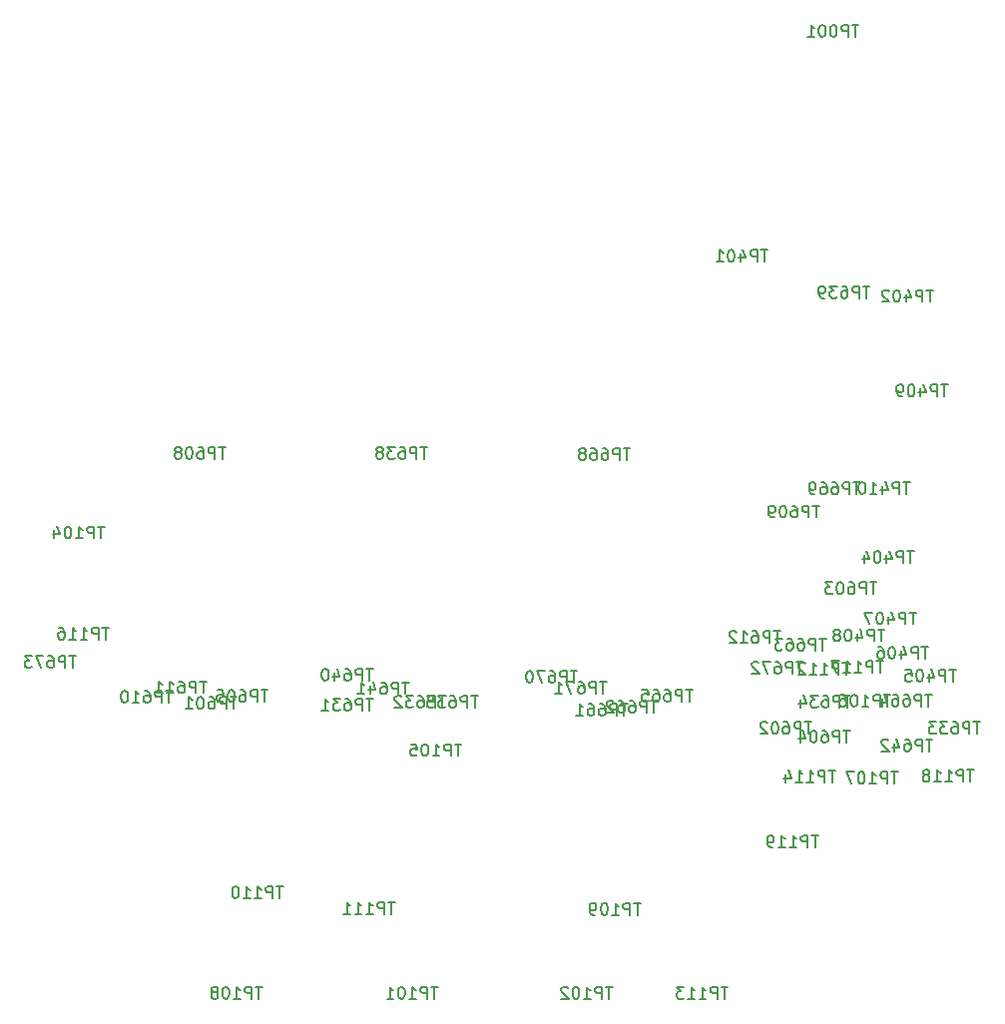
<source format=gbr>
G04 #@! TF.FileFunction,Legend,Bot*
%FSLAX46Y46*%
G04 Gerber Fmt 4.6, Leading zero omitted, Abs format (unit mm)*
G04 Created by KiCad (PCBNEW 4.0.6) date 06/19/18 10:33:54*
%MOMM*%
%LPD*%
G01*
G04 APERTURE LIST*
%ADD10C,0.100000*%
%ADD11C,0.150000*%
G04 APERTURE END LIST*
D10*
D11*
X143514286Y-82352381D02*
X142942857Y-82352381D01*
X143228572Y-83352381D02*
X143228572Y-82352381D01*
X142609524Y-83352381D02*
X142609524Y-82352381D01*
X142228571Y-82352381D01*
X142133333Y-82400000D01*
X142085714Y-82447619D01*
X142038095Y-82542857D01*
X142038095Y-82685714D01*
X142085714Y-82780952D01*
X142133333Y-82828571D01*
X142228571Y-82876190D01*
X142609524Y-82876190D01*
X141180952Y-82352381D02*
X141371429Y-82352381D01*
X141466667Y-82400000D01*
X141514286Y-82447619D01*
X141609524Y-82590476D01*
X141657143Y-82780952D01*
X141657143Y-83161905D01*
X141609524Y-83257143D01*
X141561905Y-83304762D01*
X141466667Y-83352381D01*
X141276190Y-83352381D01*
X141180952Y-83304762D01*
X141133333Y-83257143D01*
X141085714Y-83161905D01*
X141085714Y-82923810D01*
X141133333Y-82828571D01*
X141180952Y-82780952D01*
X141276190Y-82733333D01*
X141466667Y-82733333D01*
X141561905Y-82780952D01*
X141609524Y-82828571D01*
X141657143Y-82923810D01*
X140752381Y-82352381D02*
X140133333Y-82352381D01*
X140466667Y-82733333D01*
X140323809Y-82733333D01*
X140228571Y-82780952D01*
X140180952Y-82828571D01*
X140133333Y-82923810D01*
X140133333Y-83161905D01*
X140180952Y-83257143D01*
X140228571Y-83304762D01*
X140323809Y-83352381D01*
X140609524Y-83352381D01*
X140704762Y-83304762D01*
X140752381Y-83257143D01*
X139561905Y-82780952D02*
X139657143Y-82733333D01*
X139704762Y-82685714D01*
X139752381Y-82590476D01*
X139752381Y-82542857D01*
X139704762Y-82447619D01*
X139657143Y-82400000D01*
X139561905Y-82352381D01*
X139371428Y-82352381D01*
X139276190Y-82400000D01*
X139228571Y-82447619D01*
X139180952Y-82542857D01*
X139180952Y-82590476D01*
X139228571Y-82685714D01*
X139276190Y-82733333D01*
X139371428Y-82780952D01*
X139561905Y-82780952D01*
X139657143Y-82828571D01*
X139704762Y-82876190D01*
X139752381Y-82971429D01*
X139752381Y-83161905D01*
X139704762Y-83257143D01*
X139657143Y-83304762D01*
X139561905Y-83352381D01*
X139371428Y-83352381D01*
X139276190Y-83304762D01*
X139228571Y-83257143D01*
X139180952Y-83161905D01*
X139180952Y-82971429D01*
X139228571Y-82876190D01*
X139276190Y-82828571D01*
X139371428Y-82780952D01*
X160714286Y-82452381D02*
X160142857Y-82452381D01*
X160428572Y-83452381D02*
X160428572Y-82452381D01*
X159809524Y-83452381D02*
X159809524Y-82452381D01*
X159428571Y-82452381D01*
X159333333Y-82500000D01*
X159285714Y-82547619D01*
X159238095Y-82642857D01*
X159238095Y-82785714D01*
X159285714Y-82880952D01*
X159333333Y-82928571D01*
X159428571Y-82976190D01*
X159809524Y-82976190D01*
X158380952Y-82452381D02*
X158571429Y-82452381D01*
X158666667Y-82500000D01*
X158714286Y-82547619D01*
X158809524Y-82690476D01*
X158857143Y-82880952D01*
X158857143Y-83261905D01*
X158809524Y-83357143D01*
X158761905Y-83404762D01*
X158666667Y-83452381D01*
X158476190Y-83452381D01*
X158380952Y-83404762D01*
X158333333Y-83357143D01*
X158285714Y-83261905D01*
X158285714Y-83023810D01*
X158333333Y-82928571D01*
X158380952Y-82880952D01*
X158476190Y-82833333D01*
X158666667Y-82833333D01*
X158761905Y-82880952D01*
X158809524Y-82928571D01*
X158857143Y-83023810D01*
X157428571Y-82452381D02*
X157619048Y-82452381D01*
X157714286Y-82500000D01*
X157761905Y-82547619D01*
X157857143Y-82690476D01*
X157904762Y-82880952D01*
X157904762Y-83261905D01*
X157857143Y-83357143D01*
X157809524Y-83404762D01*
X157714286Y-83452381D01*
X157523809Y-83452381D01*
X157428571Y-83404762D01*
X157380952Y-83357143D01*
X157333333Y-83261905D01*
X157333333Y-83023810D01*
X157380952Y-82928571D01*
X157428571Y-82880952D01*
X157523809Y-82833333D01*
X157714286Y-82833333D01*
X157809524Y-82880952D01*
X157857143Y-82928571D01*
X157904762Y-83023810D01*
X156761905Y-82880952D02*
X156857143Y-82833333D01*
X156904762Y-82785714D01*
X156952381Y-82690476D01*
X156952381Y-82642857D01*
X156904762Y-82547619D01*
X156857143Y-82500000D01*
X156761905Y-82452381D01*
X156571428Y-82452381D01*
X156476190Y-82500000D01*
X156428571Y-82547619D01*
X156380952Y-82642857D01*
X156380952Y-82690476D01*
X156428571Y-82785714D01*
X156476190Y-82833333D01*
X156571428Y-82880952D01*
X156761905Y-82880952D01*
X156857143Y-82928571D01*
X156904762Y-82976190D01*
X156952381Y-83071429D01*
X156952381Y-83261905D01*
X156904762Y-83357143D01*
X156857143Y-83404762D01*
X156761905Y-83452381D01*
X156571428Y-83452381D01*
X156476190Y-83404762D01*
X156428571Y-83357143D01*
X156380952Y-83261905D01*
X156380952Y-83071429D01*
X156428571Y-82976190D01*
X156476190Y-82928571D01*
X156571428Y-82880952D01*
X180114286Y-46552381D02*
X179542857Y-46552381D01*
X179828572Y-47552381D02*
X179828572Y-46552381D01*
X179209524Y-47552381D02*
X179209524Y-46552381D01*
X178828571Y-46552381D01*
X178733333Y-46600000D01*
X178685714Y-46647619D01*
X178638095Y-46742857D01*
X178638095Y-46885714D01*
X178685714Y-46980952D01*
X178733333Y-47028571D01*
X178828571Y-47076190D01*
X179209524Y-47076190D01*
X178019048Y-46552381D02*
X177923809Y-46552381D01*
X177828571Y-46600000D01*
X177780952Y-46647619D01*
X177733333Y-46742857D01*
X177685714Y-46933333D01*
X177685714Y-47171429D01*
X177733333Y-47361905D01*
X177780952Y-47457143D01*
X177828571Y-47504762D01*
X177923809Y-47552381D01*
X178019048Y-47552381D01*
X178114286Y-47504762D01*
X178161905Y-47457143D01*
X178209524Y-47361905D01*
X178257143Y-47171429D01*
X178257143Y-46933333D01*
X178209524Y-46742857D01*
X178161905Y-46647619D01*
X178114286Y-46600000D01*
X178019048Y-46552381D01*
X177066667Y-46552381D02*
X176971428Y-46552381D01*
X176876190Y-46600000D01*
X176828571Y-46647619D01*
X176780952Y-46742857D01*
X176733333Y-46933333D01*
X176733333Y-47171429D01*
X176780952Y-47361905D01*
X176828571Y-47457143D01*
X176876190Y-47504762D01*
X176971428Y-47552381D01*
X177066667Y-47552381D01*
X177161905Y-47504762D01*
X177209524Y-47457143D01*
X177257143Y-47361905D01*
X177304762Y-47171429D01*
X177304762Y-46933333D01*
X177257143Y-46742857D01*
X177209524Y-46647619D01*
X177161905Y-46600000D01*
X177066667Y-46552381D01*
X175780952Y-47552381D02*
X176352381Y-47552381D01*
X176066667Y-47552381D02*
X176066667Y-46552381D01*
X176161905Y-46695238D01*
X176257143Y-46790476D01*
X176352381Y-46838095D01*
X144414286Y-128152381D02*
X143842857Y-128152381D01*
X144128572Y-129152381D02*
X144128572Y-128152381D01*
X143509524Y-129152381D02*
X143509524Y-128152381D01*
X143128571Y-128152381D01*
X143033333Y-128200000D01*
X142985714Y-128247619D01*
X142938095Y-128342857D01*
X142938095Y-128485714D01*
X142985714Y-128580952D01*
X143033333Y-128628571D01*
X143128571Y-128676190D01*
X143509524Y-128676190D01*
X141985714Y-129152381D02*
X142557143Y-129152381D01*
X142271429Y-129152381D02*
X142271429Y-128152381D01*
X142366667Y-128295238D01*
X142461905Y-128390476D01*
X142557143Y-128438095D01*
X141366667Y-128152381D02*
X141271428Y-128152381D01*
X141176190Y-128200000D01*
X141128571Y-128247619D01*
X141080952Y-128342857D01*
X141033333Y-128533333D01*
X141033333Y-128771429D01*
X141080952Y-128961905D01*
X141128571Y-129057143D01*
X141176190Y-129104762D01*
X141271428Y-129152381D01*
X141366667Y-129152381D01*
X141461905Y-129104762D01*
X141509524Y-129057143D01*
X141557143Y-128961905D01*
X141604762Y-128771429D01*
X141604762Y-128533333D01*
X141557143Y-128342857D01*
X141509524Y-128247619D01*
X141461905Y-128200000D01*
X141366667Y-128152381D01*
X140080952Y-129152381D02*
X140652381Y-129152381D01*
X140366667Y-129152381D02*
X140366667Y-128152381D01*
X140461905Y-128295238D01*
X140557143Y-128390476D01*
X140652381Y-128438095D01*
X159214286Y-128152381D02*
X158642857Y-128152381D01*
X158928572Y-129152381D02*
X158928572Y-128152381D01*
X158309524Y-129152381D02*
X158309524Y-128152381D01*
X157928571Y-128152381D01*
X157833333Y-128200000D01*
X157785714Y-128247619D01*
X157738095Y-128342857D01*
X157738095Y-128485714D01*
X157785714Y-128580952D01*
X157833333Y-128628571D01*
X157928571Y-128676190D01*
X158309524Y-128676190D01*
X156785714Y-129152381D02*
X157357143Y-129152381D01*
X157071429Y-129152381D02*
X157071429Y-128152381D01*
X157166667Y-128295238D01*
X157261905Y-128390476D01*
X157357143Y-128438095D01*
X156166667Y-128152381D02*
X156071428Y-128152381D01*
X155976190Y-128200000D01*
X155928571Y-128247619D01*
X155880952Y-128342857D01*
X155833333Y-128533333D01*
X155833333Y-128771429D01*
X155880952Y-128961905D01*
X155928571Y-129057143D01*
X155976190Y-129104762D01*
X156071428Y-129152381D01*
X156166667Y-129152381D01*
X156261905Y-129104762D01*
X156309524Y-129057143D01*
X156357143Y-128961905D01*
X156404762Y-128771429D01*
X156404762Y-128533333D01*
X156357143Y-128342857D01*
X156309524Y-128247619D01*
X156261905Y-128200000D01*
X156166667Y-128152381D01*
X155452381Y-128247619D02*
X155404762Y-128200000D01*
X155309524Y-128152381D01*
X155071428Y-128152381D01*
X154976190Y-128200000D01*
X154928571Y-128247619D01*
X154880952Y-128342857D01*
X154880952Y-128438095D01*
X154928571Y-128580952D01*
X155500000Y-129152381D01*
X154880952Y-129152381D01*
X182814286Y-103352381D02*
X182242857Y-103352381D01*
X182528572Y-104352381D02*
X182528572Y-103352381D01*
X181909524Y-104352381D02*
X181909524Y-103352381D01*
X181528571Y-103352381D01*
X181433333Y-103400000D01*
X181385714Y-103447619D01*
X181338095Y-103542857D01*
X181338095Y-103685714D01*
X181385714Y-103780952D01*
X181433333Y-103828571D01*
X181528571Y-103876190D01*
X181909524Y-103876190D01*
X180385714Y-104352381D02*
X180957143Y-104352381D01*
X180671429Y-104352381D02*
X180671429Y-103352381D01*
X180766667Y-103495238D01*
X180861905Y-103590476D01*
X180957143Y-103638095D01*
X179766667Y-103352381D02*
X179671428Y-103352381D01*
X179576190Y-103400000D01*
X179528571Y-103447619D01*
X179480952Y-103542857D01*
X179433333Y-103733333D01*
X179433333Y-103971429D01*
X179480952Y-104161905D01*
X179528571Y-104257143D01*
X179576190Y-104304762D01*
X179671428Y-104352381D01*
X179766667Y-104352381D01*
X179861905Y-104304762D01*
X179909524Y-104257143D01*
X179957143Y-104161905D01*
X180004762Y-103971429D01*
X180004762Y-103733333D01*
X179957143Y-103542857D01*
X179909524Y-103447619D01*
X179861905Y-103400000D01*
X179766667Y-103352381D01*
X178576190Y-103352381D02*
X178766667Y-103352381D01*
X178861905Y-103400000D01*
X178909524Y-103447619D01*
X179004762Y-103590476D01*
X179052381Y-103780952D01*
X179052381Y-104161905D01*
X179004762Y-104257143D01*
X178957143Y-104304762D01*
X178861905Y-104352381D01*
X178671428Y-104352381D01*
X178576190Y-104304762D01*
X178528571Y-104257143D01*
X178480952Y-104161905D01*
X178480952Y-103923810D01*
X178528571Y-103828571D01*
X178576190Y-103780952D01*
X178671428Y-103733333D01*
X178861905Y-103733333D01*
X178957143Y-103780952D01*
X179004762Y-103828571D01*
X179052381Y-103923810D01*
X169014286Y-128152381D02*
X168442857Y-128152381D01*
X168728572Y-129152381D02*
X168728572Y-128152381D01*
X168109524Y-129152381D02*
X168109524Y-128152381D01*
X167728571Y-128152381D01*
X167633333Y-128200000D01*
X167585714Y-128247619D01*
X167538095Y-128342857D01*
X167538095Y-128485714D01*
X167585714Y-128580952D01*
X167633333Y-128628571D01*
X167728571Y-128676190D01*
X168109524Y-128676190D01*
X166585714Y-129152381D02*
X167157143Y-129152381D01*
X166871429Y-129152381D02*
X166871429Y-128152381D01*
X166966667Y-128295238D01*
X167061905Y-128390476D01*
X167157143Y-128438095D01*
X165633333Y-129152381D02*
X166204762Y-129152381D01*
X165919048Y-129152381D02*
X165919048Y-128152381D01*
X166014286Y-128295238D01*
X166109524Y-128390476D01*
X166204762Y-128438095D01*
X165300000Y-128152381D02*
X164680952Y-128152381D01*
X165014286Y-128533333D01*
X164871428Y-128533333D01*
X164776190Y-128580952D01*
X164728571Y-128628571D01*
X164680952Y-128723810D01*
X164680952Y-128961905D01*
X164728571Y-129057143D01*
X164776190Y-129104762D01*
X164871428Y-129152381D01*
X165157143Y-129152381D01*
X165252381Y-129104762D01*
X165300000Y-129057143D01*
X126414286Y-82352381D02*
X125842857Y-82352381D01*
X126128572Y-83352381D02*
X126128572Y-82352381D01*
X125509524Y-83352381D02*
X125509524Y-82352381D01*
X125128571Y-82352381D01*
X125033333Y-82400000D01*
X124985714Y-82447619D01*
X124938095Y-82542857D01*
X124938095Y-82685714D01*
X124985714Y-82780952D01*
X125033333Y-82828571D01*
X125128571Y-82876190D01*
X125509524Y-82876190D01*
X124080952Y-82352381D02*
X124271429Y-82352381D01*
X124366667Y-82400000D01*
X124414286Y-82447619D01*
X124509524Y-82590476D01*
X124557143Y-82780952D01*
X124557143Y-83161905D01*
X124509524Y-83257143D01*
X124461905Y-83304762D01*
X124366667Y-83352381D01*
X124176190Y-83352381D01*
X124080952Y-83304762D01*
X124033333Y-83257143D01*
X123985714Y-83161905D01*
X123985714Y-82923810D01*
X124033333Y-82828571D01*
X124080952Y-82780952D01*
X124176190Y-82733333D01*
X124366667Y-82733333D01*
X124461905Y-82780952D01*
X124509524Y-82828571D01*
X124557143Y-82923810D01*
X123366667Y-82352381D02*
X123271428Y-82352381D01*
X123176190Y-82400000D01*
X123128571Y-82447619D01*
X123080952Y-82542857D01*
X123033333Y-82733333D01*
X123033333Y-82971429D01*
X123080952Y-83161905D01*
X123128571Y-83257143D01*
X123176190Y-83304762D01*
X123271428Y-83352381D01*
X123366667Y-83352381D01*
X123461905Y-83304762D01*
X123509524Y-83257143D01*
X123557143Y-83161905D01*
X123604762Y-82971429D01*
X123604762Y-82733333D01*
X123557143Y-82542857D01*
X123509524Y-82447619D01*
X123461905Y-82400000D01*
X123366667Y-82352381D01*
X122461905Y-82780952D02*
X122557143Y-82733333D01*
X122604762Y-82685714D01*
X122652381Y-82590476D01*
X122652381Y-82542857D01*
X122604762Y-82447619D01*
X122557143Y-82400000D01*
X122461905Y-82352381D01*
X122271428Y-82352381D01*
X122176190Y-82400000D01*
X122128571Y-82447619D01*
X122080952Y-82542857D01*
X122080952Y-82590476D01*
X122128571Y-82685714D01*
X122176190Y-82733333D01*
X122271428Y-82780952D01*
X122461905Y-82780952D01*
X122557143Y-82828571D01*
X122604762Y-82876190D01*
X122652381Y-82971429D01*
X122652381Y-83161905D01*
X122604762Y-83257143D01*
X122557143Y-83304762D01*
X122461905Y-83352381D01*
X122271428Y-83352381D01*
X122176190Y-83304762D01*
X122128571Y-83257143D01*
X122080952Y-83161905D01*
X122080952Y-82971429D01*
X122128571Y-82876190D01*
X122176190Y-82828571D01*
X122271428Y-82780952D01*
X116114286Y-89092381D02*
X115542857Y-89092381D01*
X115828572Y-90092381D02*
X115828572Y-89092381D01*
X115209524Y-90092381D02*
X115209524Y-89092381D01*
X114828571Y-89092381D01*
X114733333Y-89140000D01*
X114685714Y-89187619D01*
X114638095Y-89282857D01*
X114638095Y-89425714D01*
X114685714Y-89520952D01*
X114733333Y-89568571D01*
X114828571Y-89616190D01*
X115209524Y-89616190D01*
X113685714Y-90092381D02*
X114257143Y-90092381D01*
X113971429Y-90092381D02*
X113971429Y-89092381D01*
X114066667Y-89235238D01*
X114161905Y-89330476D01*
X114257143Y-89378095D01*
X113066667Y-89092381D02*
X112971428Y-89092381D01*
X112876190Y-89140000D01*
X112828571Y-89187619D01*
X112780952Y-89282857D01*
X112733333Y-89473333D01*
X112733333Y-89711429D01*
X112780952Y-89901905D01*
X112828571Y-89997143D01*
X112876190Y-90044762D01*
X112971428Y-90092381D01*
X113066667Y-90092381D01*
X113161905Y-90044762D01*
X113209524Y-89997143D01*
X113257143Y-89901905D01*
X113304762Y-89711429D01*
X113304762Y-89473333D01*
X113257143Y-89282857D01*
X113209524Y-89187619D01*
X113161905Y-89140000D01*
X113066667Y-89092381D01*
X111876190Y-89425714D02*
X111876190Y-90092381D01*
X112114286Y-89044762D02*
X112352381Y-89759048D01*
X111733333Y-89759048D01*
X146404286Y-107562381D02*
X145832857Y-107562381D01*
X146118572Y-108562381D02*
X146118572Y-107562381D01*
X145499524Y-108562381D02*
X145499524Y-107562381D01*
X145118571Y-107562381D01*
X145023333Y-107610000D01*
X144975714Y-107657619D01*
X144928095Y-107752857D01*
X144928095Y-107895714D01*
X144975714Y-107990952D01*
X145023333Y-108038571D01*
X145118571Y-108086190D01*
X145499524Y-108086190D01*
X143975714Y-108562381D02*
X144547143Y-108562381D01*
X144261429Y-108562381D02*
X144261429Y-107562381D01*
X144356667Y-107705238D01*
X144451905Y-107800476D01*
X144547143Y-107848095D01*
X143356667Y-107562381D02*
X143261428Y-107562381D01*
X143166190Y-107610000D01*
X143118571Y-107657619D01*
X143070952Y-107752857D01*
X143023333Y-107943333D01*
X143023333Y-108181429D01*
X143070952Y-108371905D01*
X143118571Y-108467143D01*
X143166190Y-108514762D01*
X143261428Y-108562381D01*
X143356667Y-108562381D01*
X143451905Y-108514762D01*
X143499524Y-108467143D01*
X143547143Y-108371905D01*
X143594762Y-108181429D01*
X143594762Y-107943333D01*
X143547143Y-107752857D01*
X143499524Y-107657619D01*
X143451905Y-107610000D01*
X143356667Y-107562381D01*
X142118571Y-107562381D02*
X142594762Y-107562381D01*
X142642381Y-108038571D01*
X142594762Y-107990952D01*
X142499524Y-107943333D01*
X142261428Y-107943333D01*
X142166190Y-107990952D01*
X142118571Y-108038571D01*
X142070952Y-108133810D01*
X142070952Y-108371905D01*
X142118571Y-108467143D01*
X142166190Y-108514762D01*
X142261428Y-108562381D01*
X142499524Y-108562381D01*
X142594762Y-108514762D01*
X142642381Y-108467143D01*
X183424286Y-109912381D02*
X182852857Y-109912381D01*
X183138572Y-110912381D02*
X183138572Y-109912381D01*
X182519524Y-110912381D02*
X182519524Y-109912381D01*
X182138571Y-109912381D01*
X182043333Y-109960000D01*
X181995714Y-110007619D01*
X181948095Y-110102857D01*
X181948095Y-110245714D01*
X181995714Y-110340952D01*
X182043333Y-110388571D01*
X182138571Y-110436190D01*
X182519524Y-110436190D01*
X180995714Y-110912381D02*
X181567143Y-110912381D01*
X181281429Y-110912381D02*
X181281429Y-109912381D01*
X181376667Y-110055238D01*
X181471905Y-110150476D01*
X181567143Y-110198095D01*
X180376667Y-109912381D02*
X180281428Y-109912381D01*
X180186190Y-109960000D01*
X180138571Y-110007619D01*
X180090952Y-110102857D01*
X180043333Y-110293333D01*
X180043333Y-110531429D01*
X180090952Y-110721905D01*
X180138571Y-110817143D01*
X180186190Y-110864762D01*
X180281428Y-110912381D01*
X180376667Y-110912381D01*
X180471905Y-110864762D01*
X180519524Y-110817143D01*
X180567143Y-110721905D01*
X180614762Y-110531429D01*
X180614762Y-110293333D01*
X180567143Y-110102857D01*
X180519524Y-110007619D01*
X180471905Y-109960000D01*
X180376667Y-109912381D01*
X179710000Y-109912381D02*
X179043333Y-109912381D01*
X179471905Y-110912381D01*
X129514286Y-128152381D02*
X128942857Y-128152381D01*
X129228572Y-129152381D02*
X129228572Y-128152381D01*
X128609524Y-129152381D02*
X128609524Y-128152381D01*
X128228571Y-128152381D01*
X128133333Y-128200000D01*
X128085714Y-128247619D01*
X128038095Y-128342857D01*
X128038095Y-128485714D01*
X128085714Y-128580952D01*
X128133333Y-128628571D01*
X128228571Y-128676190D01*
X128609524Y-128676190D01*
X127085714Y-129152381D02*
X127657143Y-129152381D01*
X127371429Y-129152381D02*
X127371429Y-128152381D01*
X127466667Y-128295238D01*
X127561905Y-128390476D01*
X127657143Y-128438095D01*
X126466667Y-128152381D02*
X126371428Y-128152381D01*
X126276190Y-128200000D01*
X126228571Y-128247619D01*
X126180952Y-128342857D01*
X126133333Y-128533333D01*
X126133333Y-128771429D01*
X126180952Y-128961905D01*
X126228571Y-129057143D01*
X126276190Y-129104762D01*
X126371428Y-129152381D01*
X126466667Y-129152381D01*
X126561905Y-129104762D01*
X126609524Y-129057143D01*
X126657143Y-128961905D01*
X126704762Y-128771429D01*
X126704762Y-128533333D01*
X126657143Y-128342857D01*
X126609524Y-128247619D01*
X126561905Y-128200000D01*
X126466667Y-128152381D01*
X125561905Y-128580952D02*
X125657143Y-128533333D01*
X125704762Y-128485714D01*
X125752381Y-128390476D01*
X125752381Y-128342857D01*
X125704762Y-128247619D01*
X125657143Y-128200000D01*
X125561905Y-128152381D01*
X125371428Y-128152381D01*
X125276190Y-128200000D01*
X125228571Y-128247619D01*
X125180952Y-128342857D01*
X125180952Y-128390476D01*
X125228571Y-128485714D01*
X125276190Y-128533333D01*
X125371428Y-128580952D01*
X125561905Y-128580952D01*
X125657143Y-128628571D01*
X125704762Y-128676190D01*
X125752381Y-128771429D01*
X125752381Y-128961905D01*
X125704762Y-129057143D01*
X125657143Y-129104762D01*
X125561905Y-129152381D01*
X125371428Y-129152381D01*
X125276190Y-129104762D01*
X125228571Y-129057143D01*
X125180952Y-128961905D01*
X125180952Y-128771429D01*
X125228571Y-128676190D01*
X125276190Y-128628571D01*
X125371428Y-128580952D01*
X161614286Y-121042381D02*
X161042857Y-121042381D01*
X161328572Y-122042381D02*
X161328572Y-121042381D01*
X160709524Y-122042381D02*
X160709524Y-121042381D01*
X160328571Y-121042381D01*
X160233333Y-121090000D01*
X160185714Y-121137619D01*
X160138095Y-121232857D01*
X160138095Y-121375714D01*
X160185714Y-121470952D01*
X160233333Y-121518571D01*
X160328571Y-121566190D01*
X160709524Y-121566190D01*
X159185714Y-122042381D02*
X159757143Y-122042381D01*
X159471429Y-122042381D02*
X159471429Y-121042381D01*
X159566667Y-121185238D01*
X159661905Y-121280476D01*
X159757143Y-121328095D01*
X158566667Y-121042381D02*
X158471428Y-121042381D01*
X158376190Y-121090000D01*
X158328571Y-121137619D01*
X158280952Y-121232857D01*
X158233333Y-121423333D01*
X158233333Y-121661429D01*
X158280952Y-121851905D01*
X158328571Y-121947143D01*
X158376190Y-121994762D01*
X158471428Y-122042381D01*
X158566667Y-122042381D01*
X158661905Y-121994762D01*
X158709524Y-121947143D01*
X158757143Y-121851905D01*
X158804762Y-121661429D01*
X158804762Y-121423333D01*
X158757143Y-121232857D01*
X158709524Y-121137619D01*
X158661905Y-121090000D01*
X158566667Y-121042381D01*
X157757143Y-122042381D02*
X157566667Y-122042381D01*
X157471428Y-121994762D01*
X157423809Y-121947143D01*
X157328571Y-121804286D01*
X157280952Y-121613810D01*
X157280952Y-121232857D01*
X157328571Y-121137619D01*
X157376190Y-121090000D01*
X157471428Y-121042381D01*
X157661905Y-121042381D01*
X157757143Y-121090000D01*
X157804762Y-121137619D01*
X157852381Y-121232857D01*
X157852381Y-121470952D01*
X157804762Y-121566190D01*
X157757143Y-121613810D01*
X157661905Y-121661429D01*
X157471428Y-121661429D01*
X157376190Y-121613810D01*
X157328571Y-121566190D01*
X157280952Y-121470952D01*
X131284286Y-119632381D02*
X130712857Y-119632381D01*
X130998572Y-120632381D02*
X130998572Y-119632381D01*
X130379524Y-120632381D02*
X130379524Y-119632381D01*
X129998571Y-119632381D01*
X129903333Y-119680000D01*
X129855714Y-119727619D01*
X129808095Y-119822857D01*
X129808095Y-119965714D01*
X129855714Y-120060952D01*
X129903333Y-120108571D01*
X129998571Y-120156190D01*
X130379524Y-120156190D01*
X128855714Y-120632381D02*
X129427143Y-120632381D01*
X129141429Y-120632381D02*
X129141429Y-119632381D01*
X129236667Y-119775238D01*
X129331905Y-119870476D01*
X129427143Y-119918095D01*
X127903333Y-120632381D02*
X128474762Y-120632381D01*
X128189048Y-120632381D02*
X128189048Y-119632381D01*
X128284286Y-119775238D01*
X128379524Y-119870476D01*
X128474762Y-119918095D01*
X127284286Y-119632381D02*
X127189047Y-119632381D01*
X127093809Y-119680000D01*
X127046190Y-119727619D01*
X126998571Y-119822857D01*
X126950952Y-120013333D01*
X126950952Y-120251429D01*
X126998571Y-120441905D01*
X127046190Y-120537143D01*
X127093809Y-120584762D01*
X127189047Y-120632381D01*
X127284286Y-120632381D01*
X127379524Y-120584762D01*
X127427143Y-120537143D01*
X127474762Y-120441905D01*
X127522381Y-120251429D01*
X127522381Y-120013333D01*
X127474762Y-119822857D01*
X127427143Y-119727619D01*
X127379524Y-119680000D01*
X127284286Y-119632381D01*
X140754286Y-120952381D02*
X140182857Y-120952381D01*
X140468572Y-121952381D02*
X140468572Y-120952381D01*
X139849524Y-121952381D02*
X139849524Y-120952381D01*
X139468571Y-120952381D01*
X139373333Y-121000000D01*
X139325714Y-121047619D01*
X139278095Y-121142857D01*
X139278095Y-121285714D01*
X139325714Y-121380952D01*
X139373333Y-121428571D01*
X139468571Y-121476190D01*
X139849524Y-121476190D01*
X138325714Y-121952381D02*
X138897143Y-121952381D01*
X138611429Y-121952381D02*
X138611429Y-120952381D01*
X138706667Y-121095238D01*
X138801905Y-121190476D01*
X138897143Y-121238095D01*
X137373333Y-121952381D02*
X137944762Y-121952381D01*
X137659048Y-121952381D02*
X137659048Y-120952381D01*
X137754286Y-121095238D01*
X137849524Y-121190476D01*
X137944762Y-121238095D01*
X136420952Y-121952381D02*
X136992381Y-121952381D01*
X136706667Y-121952381D02*
X136706667Y-120952381D01*
X136801905Y-121095238D01*
X136897143Y-121190476D01*
X136992381Y-121238095D01*
X179324286Y-100632381D02*
X178752857Y-100632381D01*
X179038572Y-101632381D02*
X179038572Y-100632381D01*
X178419524Y-101632381D02*
X178419524Y-100632381D01*
X178038571Y-100632381D01*
X177943333Y-100680000D01*
X177895714Y-100727619D01*
X177848095Y-100822857D01*
X177848095Y-100965714D01*
X177895714Y-101060952D01*
X177943333Y-101108571D01*
X178038571Y-101156190D01*
X178419524Y-101156190D01*
X176895714Y-101632381D02*
X177467143Y-101632381D01*
X177181429Y-101632381D02*
X177181429Y-100632381D01*
X177276667Y-100775238D01*
X177371905Y-100870476D01*
X177467143Y-100918095D01*
X175943333Y-101632381D02*
X176514762Y-101632381D01*
X176229048Y-101632381D02*
X176229048Y-100632381D01*
X176324286Y-100775238D01*
X176419524Y-100870476D01*
X176514762Y-100918095D01*
X175562381Y-100727619D02*
X175514762Y-100680000D01*
X175419524Y-100632381D01*
X175181428Y-100632381D01*
X175086190Y-100680000D01*
X175038571Y-100727619D01*
X174990952Y-100822857D01*
X174990952Y-100918095D01*
X175038571Y-101060952D01*
X175610000Y-101632381D01*
X174990952Y-101632381D01*
X178144286Y-109772381D02*
X177572857Y-109772381D01*
X177858572Y-110772381D02*
X177858572Y-109772381D01*
X177239524Y-110772381D02*
X177239524Y-109772381D01*
X176858571Y-109772381D01*
X176763333Y-109820000D01*
X176715714Y-109867619D01*
X176668095Y-109962857D01*
X176668095Y-110105714D01*
X176715714Y-110200952D01*
X176763333Y-110248571D01*
X176858571Y-110296190D01*
X177239524Y-110296190D01*
X175715714Y-110772381D02*
X176287143Y-110772381D01*
X176001429Y-110772381D02*
X176001429Y-109772381D01*
X176096667Y-109915238D01*
X176191905Y-110010476D01*
X176287143Y-110058095D01*
X174763333Y-110772381D02*
X175334762Y-110772381D01*
X175049048Y-110772381D02*
X175049048Y-109772381D01*
X175144286Y-109915238D01*
X175239524Y-110010476D01*
X175334762Y-110058095D01*
X173906190Y-110105714D02*
X173906190Y-110772381D01*
X174144286Y-109724762D02*
X174382381Y-110439048D01*
X173763333Y-110439048D01*
X116514286Y-97662381D02*
X115942857Y-97662381D01*
X116228572Y-98662381D02*
X116228572Y-97662381D01*
X115609524Y-98662381D02*
X115609524Y-97662381D01*
X115228571Y-97662381D01*
X115133333Y-97710000D01*
X115085714Y-97757619D01*
X115038095Y-97852857D01*
X115038095Y-97995714D01*
X115085714Y-98090952D01*
X115133333Y-98138571D01*
X115228571Y-98186190D01*
X115609524Y-98186190D01*
X114085714Y-98662381D02*
X114657143Y-98662381D01*
X114371429Y-98662381D02*
X114371429Y-97662381D01*
X114466667Y-97805238D01*
X114561905Y-97900476D01*
X114657143Y-97948095D01*
X113133333Y-98662381D02*
X113704762Y-98662381D01*
X113419048Y-98662381D02*
X113419048Y-97662381D01*
X113514286Y-97805238D01*
X113609524Y-97900476D01*
X113704762Y-97948095D01*
X112276190Y-97662381D02*
X112466667Y-97662381D01*
X112561905Y-97710000D01*
X112609524Y-97757619D01*
X112704762Y-97900476D01*
X112752381Y-98090952D01*
X112752381Y-98471905D01*
X112704762Y-98567143D01*
X112657143Y-98614762D01*
X112561905Y-98662381D01*
X112371428Y-98662381D01*
X112276190Y-98614762D01*
X112228571Y-98567143D01*
X112180952Y-98471905D01*
X112180952Y-98233810D01*
X112228571Y-98138571D01*
X112276190Y-98090952D01*
X112371428Y-98043333D01*
X112561905Y-98043333D01*
X112657143Y-98090952D01*
X112704762Y-98138571D01*
X112752381Y-98233810D01*
X182204286Y-100502381D02*
X181632857Y-100502381D01*
X181918572Y-101502381D02*
X181918572Y-100502381D01*
X181299524Y-101502381D02*
X181299524Y-100502381D01*
X180918571Y-100502381D01*
X180823333Y-100550000D01*
X180775714Y-100597619D01*
X180728095Y-100692857D01*
X180728095Y-100835714D01*
X180775714Y-100930952D01*
X180823333Y-100978571D01*
X180918571Y-101026190D01*
X181299524Y-101026190D01*
X179775714Y-101502381D02*
X180347143Y-101502381D01*
X180061429Y-101502381D02*
X180061429Y-100502381D01*
X180156667Y-100645238D01*
X180251905Y-100740476D01*
X180347143Y-100788095D01*
X178823333Y-101502381D02*
X179394762Y-101502381D01*
X179109048Y-101502381D02*
X179109048Y-100502381D01*
X179204286Y-100645238D01*
X179299524Y-100740476D01*
X179394762Y-100788095D01*
X178490000Y-100502381D02*
X177823333Y-100502381D01*
X178251905Y-101502381D01*
X189884286Y-109732381D02*
X189312857Y-109732381D01*
X189598572Y-110732381D02*
X189598572Y-109732381D01*
X188979524Y-110732381D02*
X188979524Y-109732381D01*
X188598571Y-109732381D01*
X188503333Y-109780000D01*
X188455714Y-109827619D01*
X188408095Y-109922857D01*
X188408095Y-110065714D01*
X188455714Y-110160952D01*
X188503333Y-110208571D01*
X188598571Y-110256190D01*
X188979524Y-110256190D01*
X187455714Y-110732381D02*
X188027143Y-110732381D01*
X187741429Y-110732381D02*
X187741429Y-109732381D01*
X187836667Y-109875238D01*
X187931905Y-109970476D01*
X188027143Y-110018095D01*
X186503333Y-110732381D02*
X187074762Y-110732381D01*
X186789048Y-110732381D02*
X186789048Y-109732381D01*
X186884286Y-109875238D01*
X186979524Y-109970476D01*
X187074762Y-110018095D01*
X185931905Y-110160952D02*
X186027143Y-110113333D01*
X186074762Y-110065714D01*
X186122381Y-109970476D01*
X186122381Y-109922857D01*
X186074762Y-109827619D01*
X186027143Y-109780000D01*
X185931905Y-109732381D01*
X185741428Y-109732381D01*
X185646190Y-109780000D01*
X185598571Y-109827619D01*
X185550952Y-109922857D01*
X185550952Y-109970476D01*
X185598571Y-110065714D01*
X185646190Y-110113333D01*
X185741428Y-110160952D01*
X185931905Y-110160952D01*
X186027143Y-110208571D01*
X186074762Y-110256190D01*
X186122381Y-110351429D01*
X186122381Y-110541905D01*
X186074762Y-110637143D01*
X186027143Y-110684762D01*
X185931905Y-110732381D01*
X185741428Y-110732381D01*
X185646190Y-110684762D01*
X185598571Y-110637143D01*
X185550952Y-110541905D01*
X185550952Y-110351429D01*
X185598571Y-110256190D01*
X185646190Y-110208571D01*
X185741428Y-110160952D01*
X176684286Y-115302381D02*
X176112857Y-115302381D01*
X176398572Y-116302381D02*
X176398572Y-115302381D01*
X175779524Y-116302381D02*
X175779524Y-115302381D01*
X175398571Y-115302381D01*
X175303333Y-115350000D01*
X175255714Y-115397619D01*
X175208095Y-115492857D01*
X175208095Y-115635714D01*
X175255714Y-115730952D01*
X175303333Y-115778571D01*
X175398571Y-115826190D01*
X175779524Y-115826190D01*
X174255714Y-116302381D02*
X174827143Y-116302381D01*
X174541429Y-116302381D02*
X174541429Y-115302381D01*
X174636667Y-115445238D01*
X174731905Y-115540476D01*
X174827143Y-115588095D01*
X173303333Y-116302381D02*
X173874762Y-116302381D01*
X173589048Y-116302381D02*
X173589048Y-115302381D01*
X173684286Y-115445238D01*
X173779524Y-115540476D01*
X173874762Y-115588095D01*
X172827143Y-116302381D02*
X172636667Y-116302381D01*
X172541428Y-116254762D01*
X172493809Y-116207143D01*
X172398571Y-116064286D01*
X172350952Y-115873810D01*
X172350952Y-115492857D01*
X172398571Y-115397619D01*
X172446190Y-115350000D01*
X172541428Y-115302381D01*
X172731905Y-115302381D01*
X172827143Y-115350000D01*
X172874762Y-115397619D01*
X172922381Y-115492857D01*
X172922381Y-115730952D01*
X172874762Y-115826190D01*
X172827143Y-115873810D01*
X172731905Y-115921429D01*
X172541428Y-115921429D01*
X172446190Y-115873810D01*
X172398571Y-115826190D01*
X172350952Y-115730952D01*
X172394286Y-65622381D02*
X171822857Y-65622381D01*
X172108572Y-66622381D02*
X172108572Y-65622381D01*
X171489524Y-66622381D02*
X171489524Y-65622381D01*
X171108571Y-65622381D01*
X171013333Y-65670000D01*
X170965714Y-65717619D01*
X170918095Y-65812857D01*
X170918095Y-65955714D01*
X170965714Y-66050952D01*
X171013333Y-66098571D01*
X171108571Y-66146190D01*
X171489524Y-66146190D01*
X170060952Y-65955714D02*
X170060952Y-66622381D01*
X170299048Y-65574762D02*
X170537143Y-66289048D01*
X169918095Y-66289048D01*
X169346667Y-65622381D02*
X169251428Y-65622381D01*
X169156190Y-65670000D01*
X169108571Y-65717619D01*
X169060952Y-65812857D01*
X169013333Y-66003333D01*
X169013333Y-66241429D01*
X169060952Y-66431905D01*
X169108571Y-66527143D01*
X169156190Y-66574762D01*
X169251428Y-66622381D01*
X169346667Y-66622381D01*
X169441905Y-66574762D01*
X169489524Y-66527143D01*
X169537143Y-66431905D01*
X169584762Y-66241429D01*
X169584762Y-66003333D01*
X169537143Y-65812857D01*
X169489524Y-65717619D01*
X169441905Y-65670000D01*
X169346667Y-65622381D01*
X168060952Y-66622381D02*
X168632381Y-66622381D01*
X168346667Y-66622381D02*
X168346667Y-65622381D01*
X168441905Y-65765238D01*
X168537143Y-65860476D01*
X168632381Y-65908095D01*
X186434286Y-69032381D02*
X185862857Y-69032381D01*
X186148572Y-70032381D02*
X186148572Y-69032381D01*
X185529524Y-70032381D02*
X185529524Y-69032381D01*
X185148571Y-69032381D01*
X185053333Y-69080000D01*
X185005714Y-69127619D01*
X184958095Y-69222857D01*
X184958095Y-69365714D01*
X185005714Y-69460952D01*
X185053333Y-69508571D01*
X185148571Y-69556190D01*
X185529524Y-69556190D01*
X184100952Y-69365714D02*
X184100952Y-70032381D01*
X184339048Y-68984762D02*
X184577143Y-69699048D01*
X183958095Y-69699048D01*
X183386667Y-69032381D02*
X183291428Y-69032381D01*
X183196190Y-69080000D01*
X183148571Y-69127619D01*
X183100952Y-69222857D01*
X183053333Y-69413333D01*
X183053333Y-69651429D01*
X183100952Y-69841905D01*
X183148571Y-69937143D01*
X183196190Y-69984762D01*
X183291428Y-70032381D01*
X183386667Y-70032381D01*
X183481905Y-69984762D01*
X183529524Y-69937143D01*
X183577143Y-69841905D01*
X183624762Y-69651429D01*
X183624762Y-69413333D01*
X183577143Y-69222857D01*
X183529524Y-69127619D01*
X183481905Y-69080000D01*
X183386667Y-69032381D01*
X182672381Y-69127619D02*
X182624762Y-69080000D01*
X182529524Y-69032381D01*
X182291428Y-69032381D01*
X182196190Y-69080000D01*
X182148571Y-69127619D01*
X182100952Y-69222857D01*
X182100952Y-69318095D01*
X182148571Y-69460952D01*
X182720000Y-70032381D01*
X182100952Y-70032381D01*
X184784286Y-91182381D02*
X184212857Y-91182381D01*
X184498572Y-92182381D02*
X184498572Y-91182381D01*
X183879524Y-92182381D02*
X183879524Y-91182381D01*
X183498571Y-91182381D01*
X183403333Y-91230000D01*
X183355714Y-91277619D01*
X183308095Y-91372857D01*
X183308095Y-91515714D01*
X183355714Y-91610952D01*
X183403333Y-91658571D01*
X183498571Y-91706190D01*
X183879524Y-91706190D01*
X182450952Y-91515714D02*
X182450952Y-92182381D01*
X182689048Y-91134762D02*
X182927143Y-91849048D01*
X182308095Y-91849048D01*
X181736667Y-91182381D02*
X181641428Y-91182381D01*
X181546190Y-91230000D01*
X181498571Y-91277619D01*
X181450952Y-91372857D01*
X181403333Y-91563333D01*
X181403333Y-91801429D01*
X181450952Y-91991905D01*
X181498571Y-92087143D01*
X181546190Y-92134762D01*
X181641428Y-92182381D01*
X181736667Y-92182381D01*
X181831905Y-92134762D01*
X181879524Y-92087143D01*
X181927143Y-91991905D01*
X181974762Y-91801429D01*
X181974762Y-91563333D01*
X181927143Y-91372857D01*
X181879524Y-91277619D01*
X181831905Y-91230000D01*
X181736667Y-91182381D01*
X180546190Y-91515714D02*
X180546190Y-92182381D01*
X180784286Y-91134762D02*
X181022381Y-91849048D01*
X180403333Y-91849048D01*
X188384286Y-101232381D02*
X187812857Y-101232381D01*
X188098572Y-102232381D02*
X188098572Y-101232381D01*
X187479524Y-102232381D02*
X187479524Y-101232381D01*
X187098571Y-101232381D01*
X187003333Y-101280000D01*
X186955714Y-101327619D01*
X186908095Y-101422857D01*
X186908095Y-101565714D01*
X186955714Y-101660952D01*
X187003333Y-101708571D01*
X187098571Y-101756190D01*
X187479524Y-101756190D01*
X186050952Y-101565714D02*
X186050952Y-102232381D01*
X186289048Y-101184762D02*
X186527143Y-101899048D01*
X185908095Y-101899048D01*
X185336667Y-101232381D02*
X185241428Y-101232381D01*
X185146190Y-101280000D01*
X185098571Y-101327619D01*
X185050952Y-101422857D01*
X185003333Y-101613333D01*
X185003333Y-101851429D01*
X185050952Y-102041905D01*
X185098571Y-102137143D01*
X185146190Y-102184762D01*
X185241428Y-102232381D01*
X185336667Y-102232381D01*
X185431905Y-102184762D01*
X185479524Y-102137143D01*
X185527143Y-102041905D01*
X185574762Y-101851429D01*
X185574762Y-101613333D01*
X185527143Y-101422857D01*
X185479524Y-101327619D01*
X185431905Y-101280000D01*
X185336667Y-101232381D01*
X184098571Y-101232381D02*
X184574762Y-101232381D01*
X184622381Y-101708571D01*
X184574762Y-101660952D01*
X184479524Y-101613333D01*
X184241428Y-101613333D01*
X184146190Y-101660952D01*
X184098571Y-101708571D01*
X184050952Y-101803810D01*
X184050952Y-102041905D01*
X184098571Y-102137143D01*
X184146190Y-102184762D01*
X184241428Y-102232381D01*
X184479524Y-102232381D01*
X184574762Y-102184762D01*
X184622381Y-102137143D01*
X186024286Y-99292381D02*
X185452857Y-99292381D01*
X185738572Y-100292381D02*
X185738572Y-99292381D01*
X185119524Y-100292381D02*
X185119524Y-99292381D01*
X184738571Y-99292381D01*
X184643333Y-99340000D01*
X184595714Y-99387619D01*
X184548095Y-99482857D01*
X184548095Y-99625714D01*
X184595714Y-99720952D01*
X184643333Y-99768571D01*
X184738571Y-99816190D01*
X185119524Y-99816190D01*
X183690952Y-99625714D02*
X183690952Y-100292381D01*
X183929048Y-99244762D02*
X184167143Y-99959048D01*
X183548095Y-99959048D01*
X182976667Y-99292381D02*
X182881428Y-99292381D01*
X182786190Y-99340000D01*
X182738571Y-99387619D01*
X182690952Y-99482857D01*
X182643333Y-99673333D01*
X182643333Y-99911429D01*
X182690952Y-100101905D01*
X182738571Y-100197143D01*
X182786190Y-100244762D01*
X182881428Y-100292381D01*
X182976667Y-100292381D01*
X183071905Y-100244762D01*
X183119524Y-100197143D01*
X183167143Y-100101905D01*
X183214762Y-99911429D01*
X183214762Y-99673333D01*
X183167143Y-99482857D01*
X183119524Y-99387619D01*
X183071905Y-99340000D01*
X182976667Y-99292381D01*
X181786190Y-99292381D02*
X181976667Y-99292381D01*
X182071905Y-99340000D01*
X182119524Y-99387619D01*
X182214762Y-99530476D01*
X182262381Y-99720952D01*
X182262381Y-100101905D01*
X182214762Y-100197143D01*
X182167143Y-100244762D01*
X182071905Y-100292381D01*
X181881428Y-100292381D01*
X181786190Y-100244762D01*
X181738571Y-100197143D01*
X181690952Y-100101905D01*
X181690952Y-99863810D01*
X181738571Y-99768571D01*
X181786190Y-99720952D01*
X181881428Y-99673333D01*
X182071905Y-99673333D01*
X182167143Y-99720952D01*
X182214762Y-99768571D01*
X182262381Y-99863810D01*
X184994286Y-96382381D02*
X184422857Y-96382381D01*
X184708572Y-97382381D02*
X184708572Y-96382381D01*
X184089524Y-97382381D02*
X184089524Y-96382381D01*
X183708571Y-96382381D01*
X183613333Y-96430000D01*
X183565714Y-96477619D01*
X183518095Y-96572857D01*
X183518095Y-96715714D01*
X183565714Y-96810952D01*
X183613333Y-96858571D01*
X183708571Y-96906190D01*
X184089524Y-96906190D01*
X182660952Y-96715714D02*
X182660952Y-97382381D01*
X182899048Y-96334762D02*
X183137143Y-97049048D01*
X182518095Y-97049048D01*
X181946667Y-96382381D02*
X181851428Y-96382381D01*
X181756190Y-96430000D01*
X181708571Y-96477619D01*
X181660952Y-96572857D01*
X181613333Y-96763333D01*
X181613333Y-97001429D01*
X181660952Y-97191905D01*
X181708571Y-97287143D01*
X181756190Y-97334762D01*
X181851428Y-97382381D01*
X181946667Y-97382381D01*
X182041905Y-97334762D01*
X182089524Y-97287143D01*
X182137143Y-97191905D01*
X182184762Y-97001429D01*
X182184762Y-96763333D01*
X182137143Y-96572857D01*
X182089524Y-96477619D01*
X182041905Y-96430000D01*
X181946667Y-96382381D01*
X181280000Y-96382381D02*
X180613333Y-96382381D01*
X181041905Y-97382381D01*
X182304286Y-97822381D02*
X181732857Y-97822381D01*
X182018572Y-98822381D02*
X182018572Y-97822381D01*
X181399524Y-98822381D02*
X181399524Y-97822381D01*
X181018571Y-97822381D01*
X180923333Y-97870000D01*
X180875714Y-97917619D01*
X180828095Y-98012857D01*
X180828095Y-98155714D01*
X180875714Y-98250952D01*
X180923333Y-98298571D01*
X181018571Y-98346190D01*
X181399524Y-98346190D01*
X179970952Y-98155714D02*
X179970952Y-98822381D01*
X180209048Y-97774762D02*
X180447143Y-98489048D01*
X179828095Y-98489048D01*
X179256667Y-97822381D02*
X179161428Y-97822381D01*
X179066190Y-97870000D01*
X179018571Y-97917619D01*
X178970952Y-98012857D01*
X178923333Y-98203333D01*
X178923333Y-98441429D01*
X178970952Y-98631905D01*
X179018571Y-98727143D01*
X179066190Y-98774762D01*
X179161428Y-98822381D01*
X179256667Y-98822381D01*
X179351905Y-98774762D01*
X179399524Y-98727143D01*
X179447143Y-98631905D01*
X179494762Y-98441429D01*
X179494762Y-98203333D01*
X179447143Y-98012857D01*
X179399524Y-97917619D01*
X179351905Y-97870000D01*
X179256667Y-97822381D01*
X178351905Y-98250952D02*
X178447143Y-98203333D01*
X178494762Y-98155714D01*
X178542381Y-98060476D01*
X178542381Y-98012857D01*
X178494762Y-97917619D01*
X178447143Y-97870000D01*
X178351905Y-97822381D01*
X178161428Y-97822381D01*
X178066190Y-97870000D01*
X178018571Y-97917619D01*
X177970952Y-98012857D01*
X177970952Y-98060476D01*
X178018571Y-98155714D01*
X178066190Y-98203333D01*
X178161428Y-98250952D01*
X178351905Y-98250952D01*
X178447143Y-98298571D01*
X178494762Y-98346190D01*
X178542381Y-98441429D01*
X178542381Y-98631905D01*
X178494762Y-98727143D01*
X178447143Y-98774762D01*
X178351905Y-98822381D01*
X178161428Y-98822381D01*
X178066190Y-98774762D01*
X178018571Y-98727143D01*
X177970952Y-98631905D01*
X177970952Y-98441429D01*
X178018571Y-98346190D01*
X178066190Y-98298571D01*
X178161428Y-98250952D01*
X187664286Y-77052381D02*
X187092857Y-77052381D01*
X187378572Y-78052381D02*
X187378572Y-77052381D01*
X186759524Y-78052381D02*
X186759524Y-77052381D01*
X186378571Y-77052381D01*
X186283333Y-77100000D01*
X186235714Y-77147619D01*
X186188095Y-77242857D01*
X186188095Y-77385714D01*
X186235714Y-77480952D01*
X186283333Y-77528571D01*
X186378571Y-77576190D01*
X186759524Y-77576190D01*
X185330952Y-77385714D02*
X185330952Y-78052381D01*
X185569048Y-77004762D02*
X185807143Y-77719048D01*
X185188095Y-77719048D01*
X184616667Y-77052381D02*
X184521428Y-77052381D01*
X184426190Y-77100000D01*
X184378571Y-77147619D01*
X184330952Y-77242857D01*
X184283333Y-77433333D01*
X184283333Y-77671429D01*
X184330952Y-77861905D01*
X184378571Y-77957143D01*
X184426190Y-78004762D01*
X184521428Y-78052381D01*
X184616667Y-78052381D01*
X184711905Y-78004762D01*
X184759524Y-77957143D01*
X184807143Y-77861905D01*
X184854762Y-77671429D01*
X184854762Y-77433333D01*
X184807143Y-77242857D01*
X184759524Y-77147619D01*
X184711905Y-77100000D01*
X184616667Y-77052381D01*
X183807143Y-78052381D02*
X183616667Y-78052381D01*
X183521428Y-78004762D01*
X183473809Y-77957143D01*
X183378571Y-77814286D01*
X183330952Y-77623810D01*
X183330952Y-77242857D01*
X183378571Y-77147619D01*
X183426190Y-77100000D01*
X183521428Y-77052381D01*
X183711905Y-77052381D01*
X183807143Y-77100000D01*
X183854762Y-77147619D01*
X183902381Y-77242857D01*
X183902381Y-77480952D01*
X183854762Y-77576190D01*
X183807143Y-77623810D01*
X183711905Y-77671429D01*
X183521428Y-77671429D01*
X183426190Y-77623810D01*
X183378571Y-77576190D01*
X183330952Y-77480952D01*
X184454286Y-85322381D02*
X183882857Y-85322381D01*
X184168572Y-86322381D02*
X184168572Y-85322381D01*
X183549524Y-86322381D02*
X183549524Y-85322381D01*
X183168571Y-85322381D01*
X183073333Y-85370000D01*
X183025714Y-85417619D01*
X182978095Y-85512857D01*
X182978095Y-85655714D01*
X183025714Y-85750952D01*
X183073333Y-85798571D01*
X183168571Y-85846190D01*
X183549524Y-85846190D01*
X182120952Y-85655714D02*
X182120952Y-86322381D01*
X182359048Y-85274762D02*
X182597143Y-85989048D01*
X181978095Y-85989048D01*
X181073333Y-86322381D02*
X181644762Y-86322381D01*
X181359048Y-86322381D02*
X181359048Y-85322381D01*
X181454286Y-85465238D01*
X181549524Y-85560476D01*
X181644762Y-85608095D01*
X180454286Y-85322381D02*
X180359047Y-85322381D01*
X180263809Y-85370000D01*
X180216190Y-85417619D01*
X180168571Y-85512857D01*
X180120952Y-85703333D01*
X180120952Y-85941429D01*
X180168571Y-86131905D01*
X180216190Y-86227143D01*
X180263809Y-86274762D01*
X180359047Y-86322381D01*
X180454286Y-86322381D01*
X180549524Y-86274762D01*
X180597143Y-86227143D01*
X180644762Y-86131905D01*
X180692381Y-85941429D01*
X180692381Y-85703333D01*
X180644762Y-85512857D01*
X180597143Y-85417619D01*
X180549524Y-85370000D01*
X180454286Y-85322381D01*
X127354286Y-103562381D02*
X126782857Y-103562381D01*
X127068572Y-104562381D02*
X127068572Y-103562381D01*
X126449524Y-104562381D02*
X126449524Y-103562381D01*
X126068571Y-103562381D01*
X125973333Y-103610000D01*
X125925714Y-103657619D01*
X125878095Y-103752857D01*
X125878095Y-103895714D01*
X125925714Y-103990952D01*
X125973333Y-104038571D01*
X126068571Y-104086190D01*
X126449524Y-104086190D01*
X125020952Y-103562381D02*
X125211429Y-103562381D01*
X125306667Y-103610000D01*
X125354286Y-103657619D01*
X125449524Y-103800476D01*
X125497143Y-103990952D01*
X125497143Y-104371905D01*
X125449524Y-104467143D01*
X125401905Y-104514762D01*
X125306667Y-104562381D01*
X125116190Y-104562381D01*
X125020952Y-104514762D01*
X124973333Y-104467143D01*
X124925714Y-104371905D01*
X124925714Y-104133810D01*
X124973333Y-104038571D01*
X125020952Y-103990952D01*
X125116190Y-103943333D01*
X125306667Y-103943333D01*
X125401905Y-103990952D01*
X125449524Y-104038571D01*
X125497143Y-104133810D01*
X124306667Y-103562381D02*
X124211428Y-103562381D01*
X124116190Y-103610000D01*
X124068571Y-103657619D01*
X124020952Y-103752857D01*
X123973333Y-103943333D01*
X123973333Y-104181429D01*
X124020952Y-104371905D01*
X124068571Y-104467143D01*
X124116190Y-104514762D01*
X124211428Y-104562381D01*
X124306667Y-104562381D01*
X124401905Y-104514762D01*
X124449524Y-104467143D01*
X124497143Y-104371905D01*
X124544762Y-104181429D01*
X124544762Y-103943333D01*
X124497143Y-103752857D01*
X124449524Y-103657619D01*
X124401905Y-103610000D01*
X124306667Y-103562381D01*
X123020952Y-104562381D02*
X123592381Y-104562381D01*
X123306667Y-104562381D02*
X123306667Y-103562381D01*
X123401905Y-103705238D01*
X123497143Y-103800476D01*
X123592381Y-103848095D01*
X176094286Y-105672381D02*
X175522857Y-105672381D01*
X175808572Y-106672381D02*
X175808572Y-105672381D01*
X175189524Y-106672381D02*
X175189524Y-105672381D01*
X174808571Y-105672381D01*
X174713333Y-105720000D01*
X174665714Y-105767619D01*
X174618095Y-105862857D01*
X174618095Y-106005714D01*
X174665714Y-106100952D01*
X174713333Y-106148571D01*
X174808571Y-106196190D01*
X175189524Y-106196190D01*
X173760952Y-105672381D02*
X173951429Y-105672381D01*
X174046667Y-105720000D01*
X174094286Y-105767619D01*
X174189524Y-105910476D01*
X174237143Y-106100952D01*
X174237143Y-106481905D01*
X174189524Y-106577143D01*
X174141905Y-106624762D01*
X174046667Y-106672381D01*
X173856190Y-106672381D01*
X173760952Y-106624762D01*
X173713333Y-106577143D01*
X173665714Y-106481905D01*
X173665714Y-106243810D01*
X173713333Y-106148571D01*
X173760952Y-106100952D01*
X173856190Y-106053333D01*
X174046667Y-106053333D01*
X174141905Y-106100952D01*
X174189524Y-106148571D01*
X174237143Y-106243810D01*
X173046667Y-105672381D02*
X172951428Y-105672381D01*
X172856190Y-105720000D01*
X172808571Y-105767619D01*
X172760952Y-105862857D01*
X172713333Y-106053333D01*
X172713333Y-106291429D01*
X172760952Y-106481905D01*
X172808571Y-106577143D01*
X172856190Y-106624762D01*
X172951428Y-106672381D01*
X173046667Y-106672381D01*
X173141905Y-106624762D01*
X173189524Y-106577143D01*
X173237143Y-106481905D01*
X173284762Y-106291429D01*
X173284762Y-106053333D01*
X173237143Y-105862857D01*
X173189524Y-105767619D01*
X173141905Y-105720000D01*
X173046667Y-105672381D01*
X172332381Y-105767619D02*
X172284762Y-105720000D01*
X172189524Y-105672381D01*
X171951428Y-105672381D01*
X171856190Y-105720000D01*
X171808571Y-105767619D01*
X171760952Y-105862857D01*
X171760952Y-105958095D01*
X171808571Y-106100952D01*
X172380000Y-106672381D01*
X171760952Y-106672381D01*
X181624286Y-93812381D02*
X181052857Y-93812381D01*
X181338572Y-94812381D02*
X181338572Y-93812381D01*
X180719524Y-94812381D02*
X180719524Y-93812381D01*
X180338571Y-93812381D01*
X180243333Y-93860000D01*
X180195714Y-93907619D01*
X180148095Y-94002857D01*
X180148095Y-94145714D01*
X180195714Y-94240952D01*
X180243333Y-94288571D01*
X180338571Y-94336190D01*
X180719524Y-94336190D01*
X179290952Y-93812381D02*
X179481429Y-93812381D01*
X179576667Y-93860000D01*
X179624286Y-93907619D01*
X179719524Y-94050476D01*
X179767143Y-94240952D01*
X179767143Y-94621905D01*
X179719524Y-94717143D01*
X179671905Y-94764762D01*
X179576667Y-94812381D01*
X179386190Y-94812381D01*
X179290952Y-94764762D01*
X179243333Y-94717143D01*
X179195714Y-94621905D01*
X179195714Y-94383810D01*
X179243333Y-94288571D01*
X179290952Y-94240952D01*
X179386190Y-94193333D01*
X179576667Y-94193333D01*
X179671905Y-94240952D01*
X179719524Y-94288571D01*
X179767143Y-94383810D01*
X178576667Y-93812381D02*
X178481428Y-93812381D01*
X178386190Y-93860000D01*
X178338571Y-93907619D01*
X178290952Y-94002857D01*
X178243333Y-94193333D01*
X178243333Y-94431429D01*
X178290952Y-94621905D01*
X178338571Y-94717143D01*
X178386190Y-94764762D01*
X178481428Y-94812381D01*
X178576667Y-94812381D01*
X178671905Y-94764762D01*
X178719524Y-94717143D01*
X178767143Y-94621905D01*
X178814762Y-94431429D01*
X178814762Y-94193333D01*
X178767143Y-94002857D01*
X178719524Y-93907619D01*
X178671905Y-93860000D01*
X178576667Y-93812381D01*
X177910000Y-93812381D02*
X177290952Y-93812381D01*
X177624286Y-94193333D01*
X177481428Y-94193333D01*
X177386190Y-94240952D01*
X177338571Y-94288571D01*
X177290952Y-94383810D01*
X177290952Y-94621905D01*
X177338571Y-94717143D01*
X177386190Y-94764762D01*
X177481428Y-94812381D01*
X177767143Y-94812381D01*
X177862381Y-94764762D01*
X177910000Y-94717143D01*
X179374286Y-106402381D02*
X178802857Y-106402381D01*
X179088572Y-107402381D02*
X179088572Y-106402381D01*
X178469524Y-107402381D02*
X178469524Y-106402381D01*
X178088571Y-106402381D01*
X177993333Y-106450000D01*
X177945714Y-106497619D01*
X177898095Y-106592857D01*
X177898095Y-106735714D01*
X177945714Y-106830952D01*
X177993333Y-106878571D01*
X178088571Y-106926190D01*
X178469524Y-106926190D01*
X177040952Y-106402381D02*
X177231429Y-106402381D01*
X177326667Y-106450000D01*
X177374286Y-106497619D01*
X177469524Y-106640476D01*
X177517143Y-106830952D01*
X177517143Y-107211905D01*
X177469524Y-107307143D01*
X177421905Y-107354762D01*
X177326667Y-107402381D01*
X177136190Y-107402381D01*
X177040952Y-107354762D01*
X176993333Y-107307143D01*
X176945714Y-107211905D01*
X176945714Y-106973810D01*
X176993333Y-106878571D01*
X177040952Y-106830952D01*
X177136190Y-106783333D01*
X177326667Y-106783333D01*
X177421905Y-106830952D01*
X177469524Y-106878571D01*
X177517143Y-106973810D01*
X176326667Y-106402381D02*
X176231428Y-106402381D01*
X176136190Y-106450000D01*
X176088571Y-106497619D01*
X176040952Y-106592857D01*
X175993333Y-106783333D01*
X175993333Y-107021429D01*
X176040952Y-107211905D01*
X176088571Y-107307143D01*
X176136190Y-107354762D01*
X176231428Y-107402381D01*
X176326667Y-107402381D01*
X176421905Y-107354762D01*
X176469524Y-107307143D01*
X176517143Y-107211905D01*
X176564762Y-107021429D01*
X176564762Y-106783333D01*
X176517143Y-106592857D01*
X176469524Y-106497619D01*
X176421905Y-106450000D01*
X176326667Y-106402381D01*
X175136190Y-106735714D02*
X175136190Y-107402381D01*
X175374286Y-106354762D02*
X175612381Y-107069048D01*
X174993333Y-107069048D01*
X129984286Y-102972381D02*
X129412857Y-102972381D01*
X129698572Y-103972381D02*
X129698572Y-102972381D01*
X129079524Y-103972381D02*
X129079524Y-102972381D01*
X128698571Y-102972381D01*
X128603333Y-103020000D01*
X128555714Y-103067619D01*
X128508095Y-103162857D01*
X128508095Y-103305714D01*
X128555714Y-103400952D01*
X128603333Y-103448571D01*
X128698571Y-103496190D01*
X129079524Y-103496190D01*
X127650952Y-102972381D02*
X127841429Y-102972381D01*
X127936667Y-103020000D01*
X127984286Y-103067619D01*
X128079524Y-103210476D01*
X128127143Y-103400952D01*
X128127143Y-103781905D01*
X128079524Y-103877143D01*
X128031905Y-103924762D01*
X127936667Y-103972381D01*
X127746190Y-103972381D01*
X127650952Y-103924762D01*
X127603333Y-103877143D01*
X127555714Y-103781905D01*
X127555714Y-103543810D01*
X127603333Y-103448571D01*
X127650952Y-103400952D01*
X127746190Y-103353333D01*
X127936667Y-103353333D01*
X128031905Y-103400952D01*
X128079524Y-103448571D01*
X128127143Y-103543810D01*
X126936667Y-102972381D02*
X126841428Y-102972381D01*
X126746190Y-103020000D01*
X126698571Y-103067619D01*
X126650952Y-103162857D01*
X126603333Y-103353333D01*
X126603333Y-103591429D01*
X126650952Y-103781905D01*
X126698571Y-103877143D01*
X126746190Y-103924762D01*
X126841428Y-103972381D01*
X126936667Y-103972381D01*
X127031905Y-103924762D01*
X127079524Y-103877143D01*
X127127143Y-103781905D01*
X127174762Y-103591429D01*
X127174762Y-103353333D01*
X127127143Y-103162857D01*
X127079524Y-103067619D01*
X127031905Y-103020000D01*
X126936667Y-102972381D01*
X125698571Y-102972381D02*
X126174762Y-102972381D01*
X126222381Y-103448571D01*
X126174762Y-103400952D01*
X126079524Y-103353333D01*
X125841428Y-103353333D01*
X125746190Y-103400952D01*
X125698571Y-103448571D01*
X125650952Y-103543810D01*
X125650952Y-103781905D01*
X125698571Y-103877143D01*
X125746190Y-103924762D01*
X125841428Y-103972381D01*
X126079524Y-103972381D01*
X126174762Y-103924762D01*
X126222381Y-103877143D01*
X176784286Y-87322381D02*
X176212857Y-87322381D01*
X176498572Y-88322381D02*
X176498572Y-87322381D01*
X175879524Y-88322381D02*
X175879524Y-87322381D01*
X175498571Y-87322381D01*
X175403333Y-87370000D01*
X175355714Y-87417619D01*
X175308095Y-87512857D01*
X175308095Y-87655714D01*
X175355714Y-87750952D01*
X175403333Y-87798571D01*
X175498571Y-87846190D01*
X175879524Y-87846190D01*
X174450952Y-87322381D02*
X174641429Y-87322381D01*
X174736667Y-87370000D01*
X174784286Y-87417619D01*
X174879524Y-87560476D01*
X174927143Y-87750952D01*
X174927143Y-88131905D01*
X174879524Y-88227143D01*
X174831905Y-88274762D01*
X174736667Y-88322381D01*
X174546190Y-88322381D01*
X174450952Y-88274762D01*
X174403333Y-88227143D01*
X174355714Y-88131905D01*
X174355714Y-87893810D01*
X174403333Y-87798571D01*
X174450952Y-87750952D01*
X174546190Y-87703333D01*
X174736667Y-87703333D01*
X174831905Y-87750952D01*
X174879524Y-87798571D01*
X174927143Y-87893810D01*
X173736667Y-87322381D02*
X173641428Y-87322381D01*
X173546190Y-87370000D01*
X173498571Y-87417619D01*
X173450952Y-87512857D01*
X173403333Y-87703333D01*
X173403333Y-87941429D01*
X173450952Y-88131905D01*
X173498571Y-88227143D01*
X173546190Y-88274762D01*
X173641428Y-88322381D01*
X173736667Y-88322381D01*
X173831905Y-88274762D01*
X173879524Y-88227143D01*
X173927143Y-88131905D01*
X173974762Y-87941429D01*
X173974762Y-87703333D01*
X173927143Y-87512857D01*
X173879524Y-87417619D01*
X173831905Y-87370000D01*
X173736667Y-87322381D01*
X172927143Y-88322381D02*
X172736667Y-88322381D01*
X172641428Y-88274762D01*
X172593809Y-88227143D01*
X172498571Y-88084286D01*
X172450952Y-87893810D01*
X172450952Y-87512857D01*
X172498571Y-87417619D01*
X172546190Y-87370000D01*
X172641428Y-87322381D01*
X172831905Y-87322381D01*
X172927143Y-87370000D01*
X172974762Y-87417619D01*
X173022381Y-87512857D01*
X173022381Y-87750952D01*
X172974762Y-87846190D01*
X172927143Y-87893810D01*
X172831905Y-87941429D01*
X172641428Y-87941429D01*
X172546190Y-87893810D01*
X172498571Y-87846190D01*
X172450952Y-87750952D01*
X121874286Y-103022381D02*
X121302857Y-103022381D01*
X121588572Y-104022381D02*
X121588572Y-103022381D01*
X120969524Y-104022381D02*
X120969524Y-103022381D01*
X120588571Y-103022381D01*
X120493333Y-103070000D01*
X120445714Y-103117619D01*
X120398095Y-103212857D01*
X120398095Y-103355714D01*
X120445714Y-103450952D01*
X120493333Y-103498571D01*
X120588571Y-103546190D01*
X120969524Y-103546190D01*
X119540952Y-103022381D02*
X119731429Y-103022381D01*
X119826667Y-103070000D01*
X119874286Y-103117619D01*
X119969524Y-103260476D01*
X120017143Y-103450952D01*
X120017143Y-103831905D01*
X119969524Y-103927143D01*
X119921905Y-103974762D01*
X119826667Y-104022381D01*
X119636190Y-104022381D01*
X119540952Y-103974762D01*
X119493333Y-103927143D01*
X119445714Y-103831905D01*
X119445714Y-103593810D01*
X119493333Y-103498571D01*
X119540952Y-103450952D01*
X119636190Y-103403333D01*
X119826667Y-103403333D01*
X119921905Y-103450952D01*
X119969524Y-103498571D01*
X120017143Y-103593810D01*
X118493333Y-104022381D02*
X119064762Y-104022381D01*
X118779048Y-104022381D02*
X118779048Y-103022381D01*
X118874286Y-103165238D01*
X118969524Y-103260476D01*
X119064762Y-103308095D01*
X117874286Y-103022381D02*
X117779047Y-103022381D01*
X117683809Y-103070000D01*
X117636190Y-103117619D01*
X117588571Y-103212857D01*
X117540952Y-103403333D01*
X117540952Y-103641429D01*
X117588571Y-103831905D01*
X117636190Y-103927143D01*
X117683809Y-103974762D01*
X117779047Y-104022381D01*
X117874286Y-104022381D01*
X117969524Y-103974762D01*
X118017143Y-103927143D01*
X118064762Y-103831905D01*
X118112381Y-103641429D01*
X118112381Y-103403333D01*
X118064762Y-103212857D01*
X118017143Y-103117619D01*
X117969524Y-103070000D01*
X117874286Y-103022381D01*
X124794286Y-102222381D02*
X124222857Y-102222381D01*
X124508572Y-103222381D02*
X124508572Y-102222381D01*
X123889524Y-103222381D02*
X123889524Y-102222381D01*
X123508571Y-102222381D01*
X123413333Y-102270000D01*
X123365714Y-102317619D01*
X123318095Y-102412857D01*
X123318095Y-102555714D01*
X123365714Y-102650952D01*
X123413333Y-102698571D01*
X123508571Y-102746190D01*
X123889524Y-102746190D01*
X122460952Y-102222381D02*
X122651429Y-102222381D01*
X122746667Y-102270000D01*
X122794286Y-102317619D01*
X122889524Y-102460476D01*
X122937143Y-102650952D01*
X122937143Y-103031905D01*
X122889524Y-103127143D01*
X122841905Y-103174762D01*
X122746667Y-103222381D01*
X122556190Y-103222381D01*
X122460952Y-103174762D01*
X122413333Y-103127143D01*
X122365714Y-103031905D01*
X122365714Y-102793810D01*
X122413333Y-102698571D01*
X122460952Y-102650952D01*
X122556190Y-102603333D01*
X122746667Y-102603333D01*
X122841905Y-102650952D01*
X122889524Y-102698571D01*
X122937143Y-102793810D01*
X121413333Y-103222381D02*
X121984762Y-103222381D01*
X121699048Y-103222381D02*
X121699048Y-102222381D01*
X121794286Y-102365238D01*
X121889524Y-102460476D01*
X121984762Y-102508095D01*
X120460952Y-103222381D02*
X121032381Y-103222381D01*
X120746667Y-103222381D02*
X120746667Y-102222381D01*
X120841905Y-102365238D01*
X120937143Y-102460476D01*
X121032381Y-102508095D01*
X173474286Y-97972381D02*
X172902857Y-97972381D01*
X173188572Y-98972381D02*
X173188572Y-97972381D01*
X172569524Y-98972381D02*
X172569524Y-97972381D01*
X172188571Y-97972381D01*
X172093333Y-98020000D01*
X172045714Y-98067619D01*
X171998095Y-98162857D01*
X171998095Y-98305714D01*
X172045714Y-98400952D01*
X172093333Y-98448571D01*
X172188571Y-98496190D01*
X172569524Y-98496190D01*
X171140952Y-97972381D02*
X171331429Y-97972381D01*
X171426667Y-98020000D01*
X171474286Y-98067619D01*
X171569524Y-98210476D01*
X171617143Y-98400952D01*
X171617143Y-98781905D01*
X171569524Y-98877143D01*
X171521905Y-98924762D01*
X171426667Y-98972381D01*
X171236190Y-98972381D01*
X171140952Y-98924762D01*
X171093333Y-98877143D01*
X171045714Y-98781905D01*
X171045714Y-98543810D01*
X171093333Y-98448571D01*
X171140952Y-98400952D01*
X171236190Y-98353333D01*
X171426667Y-98353333D01*
X171521905Y-98400952D01*
X171569524Y-98448571D01*
X171617143Y-98543810D01*
X170093333Y-98972381D02*
X170664762Y-98972381D01*
X170379048Y-98972381D02*
X170379048Y-97972381D01*
X170474286Y-98115238D01*
X170569524Y-98210476D01*
X170664762Y-98258095D01*
X169712381Y-98067619D02*
X169664762Y-98020000D01*
X169569524Y-97972381D01*
X169331428Y-97972381D01*
X169236190Y-98020000D01*
X169188571Y-98067619D01*
X169140952Y-98162857D01*
X169140952Y-98258095D01*
X169188571Y-98400952D01*
X169760000Y-98972381D01*
X169140952Y-98972381D01*
X138894286Y-103692381D02*
X138322857Y-103692381D01*
X138608572Y-104692381D02*
X138608572Y-103692381D01*
X137989524Y-104692381D02*
X137989524Y-103692381D01*
X137608571Y-103692381D01*
X137513333Y-103740000D01*
X137465714Y-103787619D01*
X137418095Y-103882857D01*
X137418095Y-104025714D01*
X137465714Y-104120952D01*
X137513333Y-104168571D01*
X137608571Y-104216190D01*
X137989524Y-104216190D01*
X136560952Y-103692381D02*
X136751429Y-103692381D01*
X136846667Y-103740000D01*
X136894286Y-103787619D01*
X136989524Y-103930476D01*
X137037143Y-104120952D01*
X137037143Y-104501905D01*
X136989524Y-104597143D01*
X136941905Y-104644762D01*
X136846667Y-104692381D01*
X136656190Y-104692381D01*
X136560952Y-104644762D01*
X136513333Y-104597143D01*
X136465714Y-104501905D01*
X136465714Y-104263810D01*
X136513333Y-104168571D01*
X136560952Y-104120952D01*
X136656190Y-104073333D01*
X136846667Y-104073333D01*
X136941905Y-104120952D01*
X136989524Y-104168571D01*
X137037143Y-104263810D01*
X136132381Y-103692381D02*
X135513333Y-103692381D01*
X135846667Y-104073333D01*
X135703809Y-104073333D01*
X135608571Y-104120952D01*
X135560952Y-104168571D01*
X135513333Y-104263810D01*
X135513333Y-104501905D01*
X135560952Y-104597143D01*
X135608571Y-104644762D01*
X135703809Y-104692381D01*
X135989524Y-104692381D01*
X136084762Y-104644762D01*
X136132381Y-104597143D01*
X134560952Y-104692381D02*
X135132381Y-104692381D01*
X134846667Y-104692381D02*
X134846667Y-103692381D01*
X134941905Y-103835238D01*
X135037143Y-103930476D01*
X135132381Y-103978095D01*
X145084286Y-103452381D02*
X144512857Y-103452381D01*
X144798572Y-104452381D02*
X144798572Y-103452381D01*
X144179524Y-104452381D02*
X144179524Y-103452381D01*
X143798571Y-103452381D01*
X143703333Y-103500000D01*
X143655714Y-103547619D01*
X143608095Y-103642857D01*
X143608095Y-103785714D01*
X143655714Y-103880952D01*
X143703333Y-103928571D01*
X143798571Y-103976190D01*
X144179524Y-103976190D01*
X142750952Y-103452381D02*
X142941429Y-103452381D01*
X143036667Y-103500000D01*
X143084286Y-103547619D01*
X143179524Y-103690476D01*
X143227143Y-103880952D01*
X143227143Y-104261905D01*
X143179524Y-104357143D01*
X143131905Y-104404762D01*
X143036667Y-104452381D01*
X142846190Y-104452381D01*
X142750952Y-104404762D01*
X142703333Y-104357143D01*
X142655714Y-104261905D01*
X142655714Y-104023810D01*
X142703333Y-103928571D01*
X142750952Y-103880952D01*
X142846190Y-103833333D01*
X143036667Y-103833333D01*
X143131905Y-103880952D01*
X143179524Y-103928571D01*
X143227143Y-104023810D01*
X142322381Y-103452381D02*
X141703333Y-103452381D01*
X142036667Y-103833333D01*
X141893809Y-103833333D01*
X141798571Y-103880952D01*
X141750952Y-103928571D01*
X141703333Y-104023810D01*
X141703333Y-104261905D01*
X141750952Y-104357143D01*
X141798571Y-104404762D01*
X141893809Y-104452381D01*
X142179524Y-104452381D01*
X142274762Y-104404762D01*
X142322381Y-104357143D01*
X141322381Y-103547619D02*
X141274762Y-103500000D01*
X141179524Y-103452381D01*
X140941428Y-103452381D01*
X140846190Y-103500000D01*
X140798571Y-103547619D01*
X140750952Y-103642857D01*
X140750952Y-103738095D01*
X140798571Y-103880952D01*
X141370000Y-104452381D01*
X140750952Y-104452381D01*
X190414286Y-105672381D02*
X189842857Y-105672381D01*
X190128572Y-106672381D02*
X190128572Y-105672381D01*
X189509524Y-106672381D02*
X189509524Y-105672381D01*
X189128571Y-105672381D01*
X189033333Y-105720000D01*
X188985714Y-105767619D01*
X188938095Y-105862857D01*
X188938095Y-106005714D01*
X188985714Y-106100952D01*
X189033333Y-106148571D01*
X189128571Y-106196190D01*
X189509524Y-106196190D01*
X188080952Y-105672381D02*
X188271429Y-105672381D01*
X188366667Y-105720000D01*
X188414286Y-105767619D01*
X188509524Y-105910476D01*
X188557143Y-106100952D01*
X188557143Y-106481905D01*
X188509524Y-106577143D01*
X188461905Y-106624762D01*
X188366667Y-106672381D01*
X188176190Y-106672381D01*
X188080952Y-106624762D01*
X188033333Y-106577143D01*
X187985714Y-106481905D01*
X187985714Y-106243810D01*
X188033333Y-106148571D01*
X188080952Y-106100952D01*
X188176190Y-106053333D01*
X188366667Y-106053333D01*
X188461905Y-106100952D01*
X188509524Y-106148571D01*
X188557143Y-106243810D01*
X187652381Y-105672381D02*
X187033333Y-105672381D01*
X187366667Y-106053333D01*
X187223809Y-106053333D01*
X187128571Y-106100952D01*
X187080952Y-106148571D01*
X187033333Y-106243810D01*
X187033333Y-106481905D01*
X187080952Y-106577143D01*
X187128571Y-106624762D01*
X187223809Y-106672381D01*
X187509524Y-106672381D01*
X187604762Y-106624762D01*
X187652381Y-106577143D01*
X186700000Y-105672381D02*
X186080952Y-105672381D01*
X186414286Y-106053333D01*
X186271428Y-106053333D01*
X186176190Y-106100952D01*
X186128571Y-106148571D01*
X186080952Y-106243810D01*
X186080952Y-106481905D01*
X186128571Y-106577143D01*
X186176190Y-106624762D01*
X186271428Y-106672381D01*
X186557143Y-106672381D01*
X186652381Y-106624762D01*
X186700000Y-106577143D01*
X179414286Y-103432381D02*
X178842857Y-103432381D01*
X179128572Y-104432381D02*
X179128572Y-103432381D01*
X178509524Y-104432381D02*
X178509524Y-103432381D01*
X178128571Y-103432381D01*
X178033333Y-103480000D01*
X177985714Y-103527619D01*
X177938095Y-103622857D01*
X177938095Y-103765714D01*
X177985714Y-103860952D01*
X178033333Y-103908571D01*
X178128571Y-103956190D01*
X178509524Y-103956190D01*
X177080952Y-103432381D02*
X177271429Y-103432381D01*
X177366667Y-103480000D01*
X177414286Y-103527619D01*
X177509524Y-103670476D01*
X177557143Y-103860952D01*
X177557143Y-104241905D01*
X177509524Y-104337143D01*
X177461905Y-104384762D01*
X177366667Y-104432381D01*
X177176190Y-104432381D01*
X177080952Y-104384762D01*
X177033333Y-104337143D01*
X176985714Y-104241905D01*
X176985714Y-104003810D01*
X177033333Y-103908571D01*
X177080952Y-103860952D01*
X177176190Y-103813333D01*
X177366667Y-103813333D01*
X177461905Y-103860952D01*
X177509524Y-103908571D01*
X177557143Y-104003810D01*
X176652381Y-103432381D02*
X176033333Y-103432381D01*
X176366667Y-103813333D01*
X176223809Y-103813333D01*
X176128571Y-103860952D01*
X176080952Y-103908571D01*
X176033333Y-104003810D01*
X176033333Y-104241905D01*
X176080952Y-104337143D01*
X176128571Y-104384762D01*
X176223809Y-104432381D01*
X176509524Y-104432381D01*
X176604762Y-104384762D01*
X176652381Y-104337143D01*
X175176190Y-103765714D02*
X175176190Y-104432381D01*
X175414286Y-103384762D02*
X175652381Y-104099048D01*
X175033333Y-104099048D01*
X147814286Y-103442381D02*
X147242857Y-103442381D01*
X147528572Y-104442381D02*
X147528572Y-103442381D01*
X146909524Y-104442381D02*
X146909524Y-103442381D01*
X146528571Y-103442381D01*
X146433333Y-103490000D01*
X146385714Y-103537619D01*
X146338095Y-103632857D01*
X146338095Y-103775714D01*
X146385714Y-103870952D01*
X146433333Y-103918571D01*
X146528571Y-103966190D01*
X146909524Y-103966190D01*
X145480952Y-103442381D02*
X145671429Y-103442381D01*
X145766667Y-103490000D01*
X145814286Y-103537619D01*
X145909524Y-103680476D01*
X145957143Y-103870952D01*
X145957143Y-104251905D01*
X145909524Y-104347143D01*
X145861905Y-104394762D01*
X145766667Y-104442381D01*
X145576190Y-104442381D01*
X145480952Y-104394762D01*
X145433333Y-104347143D01*
X145385714Y-104251905D01*
X145385714Y-104013810D01*
X145433333Y-103918571D01*
X145480952Y-103870952D01*
X145576190Y-103823333D01*
X145766667Y-103823333D01*
X145861905Y-103870952D01*
X145909524Y-103918571D01*
X145957143Y-104013810D01*
X145052381Y-103442381D02*
X144433333Y-103442381D01*
X144766667Y-103823333D01*
X144623809Y-103823333D01*
X144528571Y-103870952D01*
X144480952Y-103918571D01*
X144433333Y-104013810D01*
X144433333Y-104251905D01*
X144480952Y-104347143D01*
X144528571Y-104394762D01*
X144623809Y-104442381D01*
X144909524Y-104442381D01*
X145004762Y-104394762D01*
X145052381Y-104347143D01*
X143528571Y-103442381D02*
X144004762Y-103442381D01*
X144052381Y-103918571D01*
X144004762Y-103870952D01*
X143909524Y-103823333D01*
X143671428Y-103823333D01*
X143576190Y-103870952D01*
X143528571Y-103918571D01*
X143480952Y-104013810D01*
X143480952Y-104251905D01*
X143528571Y-104347143D01*
X143576190Y-104394762D01*
X143671428Y-104442381D01*
X143909524Y-104442381D01*
X144004762Y-104394762D01*
X144052381Y-104347143D01*
X181044286Y-68702381D02*
X180472857Y-68702381D01*
X180758572Y-69702381D02*
X180758572Y-68702381D01*
X180139524Y-69702381D02*
X180139524Y-68702381D01*
X179758571Y-68702381D01*
X179663333Y-68750000D01*
X179615714Y-68797619D01*
X179568095Y-68892857D01*
X179568095Y-69035714D01*
X179615714Y-69130952D01*
X179663333Y-69178571D01*
X179758571Y-69226190D01*
X180139524Y-69226190D01*
X178710952Y-68702381D02*
X178901429Y-68702381D01*
X178996667Y-68750000D01*
X179044286Y-68797619D01*
X179139524Y-68940476D01*
X179187143Y-69130952D01*
X179187143Y-69511905D01*
X179139524Y-69607143D01*
X179091905Y-69654762D01*
X178996667Y-69702381D01*
X178806190Y-69702381D01*
X178710952Y-69654762D01*
X178663333Y-69607143D01*
X178615714Y-69511905D01*
X178615714Y-69273810D01*
X178663333Y-69178571D01*
X178710952Y-69130952D01*
X178806190Y-69083333D01*
X178996667Y-69083333D01*
X179091905Y-69130952D01*
X179139524Y-69178571D01*
X179187143Y-69273810D01*
X178282381Y-68702381D02*
X177663333Y-68702381D01*
X177996667Y-69083333D01*
X177853809Y-69083333D01*
X177758571Y-69130952D01*
X177710952Y-69178571D01*
X177663333Y-69273810D01*
X177663333Y-69511905D01*
X177710952Y-69607143D01*
X177758571Y-69654762D01*
X177853809Y-69702381D01*
X178139524Y-69702381D01*
X178234762Y-69654762D01*
X178282381Y-69607143D01*
X177187143Y-69702381D02*
X176996667Y-69702381D01*
X176901428Y-69654762D01*
X176853809Y-69607143D01*
X176758571Y-69464286D01*
X176710952Y-69273810D01*
X176710952Y-68892857D01*
X176758571Y-68797619D01*
X176806190Y-68750000D01*
X176901428Y-68702381D01*
X177091905Y-68702381D01*
X177187143Y-68750000D01*
X177234762Y-68797619D01*
X177282381Y-68892857D01*
X177282381Y-69130952D01*
X177234762Y-69226190D01*
X177187143Y-69273810D01*
X177091905Y-69321429D01*
X176901428Y-69321429D01*
X176806190Y-69273810D01*
X176758571Y-69226190D01*
X176710952Y-69130952D01*
X138894286Y-101162381D02*
X138322857Y-101162381D01*
X138608572Y-102162381D02*
X138608572Y-101162381D01*
X137989524Y-102162381D02*
X137989524Y-101162381D01*
X137608571Y-101162381D01*
X137513333Y-101210000D01*
X137465714Y-101257619D01*
X137418095Y-101352857D01*
X137418095Y-101495714D01*
X137465714Y-101590952D01*
X137513333Y-101638571D01*
X137608571Y-101686190D01*
X137989524Y-101686190D01*
X136560952Y-101162381D02*
X136751429Y-101162381D01*
X136846667Y-101210000D01*
X136894286Y-101257619D01*
X136989524Y-101400476D01*
X137037143Y-101590952D01*
X137037143Y-101971905D01*
X136989524Y-102067143D01*
X136941905Y-102114762D01*
X136846667Y-102162381D01*
X136656190Y-102162381D01*
X136560952Y-102114762D01*
X136513333Y-102067143D01*
X136465714Y-101971905D01*
X136465714Y-101733810D01*
X136513333Y-101638571D01*
X136560952Y-101590952D01*
X136656190Y-101543333D01*
X136846667Y-101543333D01*
X136941905Y-101590952D01*
X136989524Y-101638571D01*
X137037143Y-101733810D01*
X135608571Y-101495714D02*
X135608571Y-102162381D01*
X135846667Y-101114762D02*
X136084762Y-101829048D01*
X135465714Y-101829048D01*
X134894286Y-101162381D02*
X134799047Y-101162381D01*
X134703809Y-101210000D01*
X134656190Y-101257619D01*
X134608571Y-101352857D01*
X134560952Y-101543333D01*
X134560952Y-101781429D01*
X134608571Y-101971905D01*
X134656190Y-102067143D01*
X134703809Y-102114762D01*
X134799047Y-102162381D01*
X134894286Y-102162381D01*
X134989524Y-102114762D01*
X135037143Y-102067143D01*
X135084762Y-101971905D01*
X135132381Y-101781429D01*
X135132381Y-101543333D01*
X135084762Y-101352857D01*
X135037143Y-101257619D01*
X134989524Y-101210000D01*
X134894286Y-101162381D01*
X141944286Y-102302381D02*
X141372857Y-102302381D01*
X141658572Y-103302381D02*
X141658572Y-102302381D01*
X141039524Y-103302381D02*
X141039524Y-102302381D01*
X140658571Y-102302381D01*
X140563333Y-102350000D01*
X140515714Y-102397619D01*
X140468095Y-102492857D01*
X140468095Y-102635714D01*
X140515714Y-102730952D01*
X140563333Y-102778571D01*
X140658571Y-102826190D01*
X141039524Y-102826190D01*
X139610952Y-102302381D02*
X139801429Y-102302381D01*
X139896667Y-102350000D01*
X139944286Y-102397619D01*
X140039524Y-102540476D01*
X140087143Y-102730952D01*
X140087143Y-103111905D01*
X140039524Y-103207143D01*
X139991905Y-103254762D01*
X139896667Y-103302381D01*
X139706190Y-103302381D01*
X139610952Y-103254762D01*
X139563333Y-103207143D01*
X139515714Y-103111905D01*
X139515714Y-102873810D01*
X139563333Y-102778571D01*
X139610952Y-102730952D01*
X139706190Y-102683333D01*
X139896667Y-102683333D01*
X139991905Y-102730952D01*
X140039524Y-102778571D01*
X140087143Y-102873810D01*
X138658571Y-102635714D02*
X138658571Y-103302381D01*
X138896667Y-102254762D02*
X139134762Y-102969048D01*
X138515714Y-102969048D01*
X137610952Y-103302381D02*
X138182381Y-103302381D01*
X137896667Y-103302381D02*
X137896667Y-102302381D01*
X137991905Y-102445238D01*
X138087143Y-102540476D01*
X138182381Y-102588095D01*
X186384286Y-107142381D02*
X185812857Y-107142381D01*
X186098572Y-108142381D02*
X186098572Y-107142381D01*
X185479524Y-108142381D02*
X185479524Y-107142381D01*
X185098571Y-107142381D01*
X185003333Y-107190000D01*
X184955714Y-107237619D01*
X184908095Y-107332857D01*
X184908095Y-107475714D01*
X184955714Y-107570952D01*
X185003333Y-107618571D01*
X185098571Y-107666190D01*
X185479524Y-107666190D01*
X184050952Y-107142381D02*
X184241429Y-107142381D01*
X184336667Y-107190000D01*
X184384286Y-107237619D01*
X184479524Y-107380476D01*
X184527143Y-107570952D01*
X184527143Y-107951905D01*
X184479524Y-108047143D01*
X184431905Y-108094762D01*
X184336667Y-108142381D01*
X184146190Y-108142381D01*
X184050952Y-108094762D01*
X184003333Y-108047143D01*
X183955714Y-107951905D01*
X183955714Y-107713810D01*
X184003333Y-107618571D01*
X184050952Y-107570952D01*
X184146190Y-107523333D01*
X184336667Y-107523333D01*
X184431905Y-107570952D01*
X184479524Y-107618571D01*
X184527143Y-107713810D01*
X183098571Y-107475714D02*
X183098571Y-108142381D01*
X183336667Y-107094762D02*
X183574762Y-107809048D01*
X182955714Y-107809048D01*
X182622381Y-107237619D02*
X182574762Y-107190000D01*
X182479524Y-107142381D01*
X182241428Y-107142381D01*
X182146190Y-107190000D01*
X182098571Y-107237619D01*
X182050952Y-107332857D01*
X182050952Y-107428095D01*
X182098571Y-107570952D01*
X182670000Y-108142381D01*
X182050952Y-108142381D01*
X160484286Y-104122381D02*
X159912857Y-104122381D01*
X160198572Y-105122381D02*
X160198572Y-104122381D01*
X159579524Y-105122381D02*
X159579524Y-104122381D01*
X159198571Y-104122381D01*
X159103333Y-104170000D01*
X159055714Y-104217619D01*
X159008095Y-104312857D01*
X159008095Y-104455714D01*
X159055714Y-104550952D01*
X159103333Y-104598571D01*
X159198571Y-104646190D01*
X159579524Y-104646190D01*
X158150952Y-104122381D02*
X158341429Y-104122381D01*
X158436667Y-104170000D01*
X158484286Y-104217619D01*
X158579524Y-104360476D01*
X158627143Y-104550952D01*
X158627143Y-104931905D01*
X158579524Y-105027143D01*
X158531905Y-105074762D01*
X158436667Y-105122381D01*
X158246190Y-105122381D01*
X158150952Y-105074762D01*
X158103333Y-105027143D01*
X158055714Y-104931905D01*
X158055714Y-104693810D01*
X158103333Y-104598571D01*
X158150952Y-104550952D01*
X158246190Y-104503333D01*
X158436667Y-104503333D01*
X158531905Y-104550952D01*
X158579524Y-104598571D01*
X158627143Y-104693810D01*
X157198571Y-104122381D02*
X157389048Y-104122381D01*
X157484286Y-104170000D01*
X157531905Y-104217619D01*
X157627143Y-104360476D01*
X157674762Y-104550952D01*
X157674762Y-104931905D01*
X157627143Y-105027143D01*
X157579524Y-105074762D01*
X157484286Y-105122381D01*
X157293809Y-105122381D01*
X157198571Y-105074762D01*
X157150952Y-105027143D01*
X157103333Y-104931905D01*
X157103333Y-104693810D01*
X157150952Y-104598571D01*
X157198571Y-104550952D01*
X157293809Y-104503333D01*
X157484286Y-104503333D01*
X157579524Y-104550952D01*
X157627143Y-104598571D01*
X157674762Y-104693810D01*
X156150952Y-105122381D02*
X156722381Y-105122381D01*
X156436667Y-105122381D02*
X156436667Y-104122381D01*
X156531905Y-104265238D01*
X156627143Y-104360476D01*
X156722381Y-104408095D01*
X163034286Y-103872381D02*
X162462857Y-103872381D01*
X162748572Y-104872381D02*
X162748572Y-103872381D01*
X162129524Y-104872381D02*
X162129524Y-103872381D01*
X161748571Y-103872381D01*
X161653333Y-103920000D01*
X161605714Y-103967619D01*
X161558095Y-104062857D01*
X161558095Y-104205714D01*
X161605714Y-104300952D01*
X161653333Y-104348571D01*
X161748571Y-104396190D01*
X162129524Y-104396190D01*
X160700952Y-103872381D02*
X160891429Y-103872381D01*
X160986667Y-103920000D01*
X161034286Y-103967619D01*
X161129524Y-104110476D01*
X161177143Y-104300952D01*
X161177143Y-104681905D01*
X161129524Y-104777143D01*
X161081905Y-104824762D01*
X160986667Y-104872381D01*
X160796190Y-104872381D01*
X160700952Y-104824762D01*
X160653333Y-104777143D01*
X160605714Y-104681905D01*
X160605714Y-104443810D01*
X160653333Y-104348571D01*
X160700952Y-104300952D01*
X160796190Y-104253333D01*
X160986667Y-104253333D01*
X161081905Y-104300952D01*
X161129524Y-104348571D01*
X161177143Y-104443810D01*
X159748571Y-103872381D02*
X159939048Y-103872381D01*
X160034286Y-103920000D01*
X160081905Y-103967619D01*
X160177143Y-104110476D01*
X160224762Y-104300952D01*
X160224762Y-104681905D01*
X160177143Y-104777143D01*
X160129524Y-104824762D01*
X160034286Y-104872381D01*
X159843809Y-104872381D01*
X159748571Y-104824762D01*
X159700952Y-104777143D01*
X159653333Y-104681905D01*
X159653333Y-104443810D01*
X159700952Y-104348571D01*
X159748571Y-104300952D01*
X159843809Y-104253333D01*
X160034286Y-104253333D01*
X160129524Y-104300952D01*
X160177143Y-104348571D01*
X160224762Y-104443810D01*
X159272381Y-103967619D02*
X159224762Y-103920000D01*
X159129524Y-103872381D01*
X158891428Y-103872381D01*
X158796190Y-103920000D01*
X158748571Y-103967619D01*
X158700952Y-104062857D01*
X158700952Y-104158095D01*
X158748571Y-104300952D01*
X159320000Y-104872381D01*
X158700952Y-104872381D01*
X177344286Y-98592381D02*
X176772857Y-98592381D01*
X177058572Y-99592381D02*
X177058572Y-98592381D01*
X176439524Y-99592381D02*
X176439524Y-98592381D01*
X176058571Y-98592381D01*
X175963333Y-98640000D01*
X175915714Y-98687619D01*
X175868095Y-98782857D01*
X175868095Y-98925714D01*
X175915714Y-99020952D01*
X175963333Y-99068571D01*
X176058571Y-99116190D01*
X176439524Y-99116190D01*
X175010952Y-98592381D02*
X175201429Y-98592381D01*
X175296667Y-98640000D01*
X175344286Y-98687619D01*
X175439524Y-98830476D01*
X175487143Y-99020952D01*
X175487143Y-99401905D01*
X175439524Y-99497143D01*
X175391905Y-99544762D01*
X175296667Y-99592381D01*
X175106190Y-99592381D01*
X175010952Y-99544762D01*
X174963333Y-99497143D01*
X174915714Y-99401905D01*
X174915714Y-99163810D01*
X174963333Y-99068571D01*
X175010952Y-99020952D01*
X175106190Y-98973333D01*
X175296667Y-98973333D01*
X175391905Y-99020952D01*
X175439524Y-99068571D01*
X175487143Y-99163810D01*
X174058571Y-98592381D02*
X174249048Y-98592381D01*
X174344286Y-98640000D01*
X174391905Y-98687619D01*
X174487143Y-98830476D01*
X174534762Y-99020952D01*
X174534762Y-99401905D01*
X174487143Y-99497143D01*
X174439524Y-99544762D01*
X174344286Y-99592381D01*
X174153809Y-99592381D01*
X174058571Y-99544762D01*
X174010952Y-99497143D01*
X173963333Y-99401905D01*
X173963333Y-99163810D01*
X174010952Y-99068571D01*
X174058571Y-99020952D01*
X174153809Y-98973333D01*
X174344286Y-98973333D01*
X174439524Y-99020952D01*
X174487143Y-99068571D01*
X174534762Y-99163810D01*
X173630000Y-98592381D02*
X173010952Y-98592381D01*
X173344286Y-98973333D01*
X173201428Y-98973333D01*
X173106190Y-99020952D01*
X173058571Y-99068571D01*
X173010952Y-99163810D01*
X173010952Y-99401905D01*
X173058571Y-99497143D01*
X173106190Y-99544762D01*
X173201428Y-99592381D01*
X173487143Y-99592381D01*
X173582381Y-99544762D01*
X173630000Y-99497143D01*
X186314286Y-103332381D02*
X185742857Y-103332381D01*
X186028572Y-104332381D02*
X186028572Y-103332381D01*
X185409524Y-104332381D02*
X185409524Y-103332381D01*
X185028571Y-103332381D01*
X184933333Y-103380000D01*
X184885714Y-103427619D01*
X184838095Y-103522857D01*
X184838095Y-103665714D01*
X184885714Y-103760952D01*
X184933333Y-103808571D01*
X185028571Y-103856190D01*
X185409524Y-103856190D01*
X183980952Y-103332381D02*
X184171429Y-103332381D01*
X184266667Y-103380000D01*
X184314286Y-103427619D01*
X184409524Y-103570476D01*
X184457143Y-103760952D01*
X184457143Y-104141905D01*
X184409524Y-104237143D01*
X184361905Y-104284762D01*
X184266667Y-104332381D01*
X184076190Y-104332381D01*
X183980952Y-104284762D01*
X183933333Y-104237143D01*
X183885714Y-104141905D01*
X183885714Y-103903810D01*
X183933333Y-103808571D01*
X183980952Y-103760952D01*
X184076190Y-103713333D01*
X184266667Y-103713333D01*
X184361905Y-103760952D01*
X184409524Y-103808571D01*
X184457143Y-103903810D01*
X183028571Y-103332381D02*
X183219048Y-103332381D01*
X183314286Y-103380000D01*
X183361905Y-103427619D01*
X183457143Y-103570476D01*
X183504762Y-103760952D01*
X183504762Y-104141905D01*
X183457143Y-104237143D01*
X183409524Y-104284762D01*
X183314286Y-104332381D01*
X183123809Y-104332381D01*
X183028571Y-104284762D01*
X182980952Y-104237143D01*
X182933333Y-104141905D01*
X182933333Y-103903810D01*
X182980952Y-103808571D01*
X183028571Y-103760952D01*
X183123809Y-103713333D01*
X183314286Y-103713333D01*
X183409524Y-103760952D01*
X183457143Y-103808571D01*
X183504762Y-103903810D01*
X182076190Y-103665714D02*
X182076190Y-104332381D01*
X182314286Y-103284762D02*
X182552381Y-103999048D01*
X181933333Y-103999048D01*
X166024286Y-102922381D02*
X165452857Y-102922381D01*
X165738572Y-103922381D02*
X165738572Y-102922381D01*
X165119524Y-103922381D02*
X165119524Y-102922381D01*
X164738571Y-102922381D01*
X164643333Y-102970000D01*
X164595714Y-103017619D01*
X164548095Y-103112857D01*
X164548095Y-103255714D01*
X164595714Y-103350952D01*
X164643333Y-103398571D01*
X164738571Y-103446190D01*
X165119524Y-103446190D01*
X163690952Y-102922381D02*
X163881429Y-102922381D01*
X163976667Y-102970000D01*
X164024286Y-103017619D01*
X164119524Y-103160476D01*
X164167143Y-103350952D01*
X164167143Y-103731905D01*
X164119524Y-103827143D01*
X164071905Y-103874762D01*
X163976667Y-103922381D01*
X163786190Y-103922381D01*
X163690952Y-103874762D01*
X163643333Y-103827143D01*
X163595714Y-103731905D01*
X163595714Y-103493810D01*
X163643333Y-103398571D01*
X163690952Y-103350952D01*
X163786190Y-103303333D01*
X163976667Y-103303333D01*
X164071905Y-103350952D01*
X164119524Y-103398571D01*
X164167143Y-103493810D01*
X162738571Y-102922381D02*
X162929048Y-102922381D01*
X163024286Y-102970000D01*
X163071905Y-103017619D01*
X163167143Y-103160476D01*
X163214762Y-103350952D01*
X163214762Y-103731905D01*
X163167143Y-103827143D01*
X163119524Y-103874762D01*
X163024286Y-103922381D01*
X162833809Y-103922381D01*
X162738571Y-103874762D01*
X162690952Y-103827143D01*
X162643333Y-103731905D01*
X162643333Y-103493810D01*
X162690952Y-103398571D01*
X162738571Y-103350952D01*
X162833809Y-103303333D01*
X163024286Y-103303333D01*
X163119524Y-103350952D01*
X163167143Y-103398571D01*
X163214762Y-103493810D01*
X161738571Y-102922381D02*
X162214762Y-102922381D01*
X162262381Y-103398571D01*
X162214762Y-103350952D01*
X162119524Y-103303333D01*
X161881428Y-103303333D01*
X161786190Y-103350952D01*
X161738571Y-103398571D01*
X161690952Y-103493810D01*
X161690952Y-103731905D01*
X161738571Y-103827143D01*
X161786190Y-103874762D01*
X161881428Y-103922381D01*
X162119524Y-103922381D01*
X162214762Y-103874762D01*
X162262381Y-103827143D01*
X180224286Y-85352381D02*
X179652857Y-85352381D01*
X179938572Y-86352381D02*
X179938572Y-85352381D01*
X179319524Y-86352381D02*
X179319524Y-85352381D01*
X178938571Y-85352381D01*
X178843333Y-85400000D01*
X178795714Y-85447619D01*
X178748095Y-85542857D01*
X178748095Y-85685714D01*
X178795714Y-85780952D01*
X178843333Y-85828571D01*
X178938571Y-85876190D01*
X179319524Y-85876190D01*
X177890952Y-85352381D02*
X178081429Y-85352381D01*
X178176667Y-85400000D01*
X178224286Y-85447619D01*
X178319524Y-85590476D01*
X178367143Y-85780952D01*
X178367143Y-86161905D01*
X178319524Y-86257143D01*
X178271905Y-86304762D01*
X178176667Y-86352381D01*
X177986190Y-86352381D01*
X177890952Y-86304762D01*
X177843333Y-86257143D01*
X177795714Y-86161905D01*
X177795714Y-85923810D01*
X177843333Y-85828571D01*
X177890952Y-85780952D01*
X177986190Y-85733333D01*
X178176667Y-85733333D01*
X178271905Y-85780952D01*
X178319524Y-85828571D01*
X178367143Y-85923810D01*
X176938571Y-85352381D02*
X177129048Y-85352381D01*
X177224286Y-85400000D01*
X177271905Y-85447619D01*
X177367143Y-85590476D01*
X177414762Y-85780952D01*
X177414762Y-86161905D01*
X177367143Y-86257143D01*
X177319524Y-86304762D01*
X177224286Y-86352381D01*
X177033809Y-86352381D01*
X176938571Y-86304762D01*
X176890952Y-86257143D01*
X176843333Y-86161905D01*
X176843333Y-85923810D01*
X176890952Y-85828571D01*
X176938571Y-85780952D01*
X177033809Y-85733333D01*
X177224286Y-85733333D01*
X177319524Y-85780952D01*
X177367143Y-85828571D01*
X177414762Y-85923810D01*
X176367143Y-86352381D02*
X176176667Y-86352381D01*
X176081428Y-86304762D01*
X176033809Y-86257143D01*
X175938571Y-86114286D01*
X175890952Y-85923810D01*
X175890952Y-85542857D01*
X175938571Y-85447619D01*
X175986190Y-85400000D01*
X176081428Y-85352381D01*
X176271905Y-85352381D01*
X176367143Y-85400000D01*
X176414762Y-85447619D01*
X176462381Y-85542857D01*
X176462381Y-85780952D01*
X176414762Y-85876190D01*
X176367143Y-85923810D01*
X176271905Y-85971429D01*
X176081428Y-85971429D01*
X175986190Y-85923810D01*
X175938571Y-85876190D01*
X175890952Y-85780952D01*
X156234286Y-101332381D02*
X155662857Y-101332381D01*
X155948572Y-102332381D02*
X155948572Y-101332381D01*
X155329524Y-102332381D02*
X155329524Y-101332381D01*
X154948571Y-101332381D01*
X154853333Y-101380000D01*
X154805714Y-101427619D01*
X154758095Y-101522857D01*
X154758095Y-101665714D01*
X154805714Y-101760952D01*
X154853333Y-101808571D01*
X154948571Y-101856190D01*
X155329524Y-101856190D01*
X153900952Y-101332381D02*
X154091429Y-101332381D01*
X154186667Y-101380000D01*
X154234286Y-101427619D01*
X154329524Y-101570476D01*
X154377143Y-101760952D01*
X154377143Y-102141905D01*
X154329524Y-102237143D01*
X154281905Y-102284762D01*
X154186667Y-102332381D01*
X153996190Y-102332381D01*
X153900952Y-102284762D01*
X153853333Y-102237143D01*
X153805714Y-102141905D01*
X153805714Y-101903810D01*
X153853333Y-101808571D01*
X153900952Y-101760952D01*
X153996190Y-101713333D01*
X154186667Y-101713333D01*
X154281905Y-101760952D01*
X154329524Y-101808571D01*
X154377143Y-101903810D01*
X153472381Y-101332381D02*
X152805714Y-101332381D01*
X153234286Y-102332381D01*
X152234286Y-101332381D02*
X152139047Y-101332381D01*
X152043809Y-101380000D01*
X151996190Y-101427619D01*
X151948571Y-101522857D01*
X151900952Y-101713333D01*
X151900952Y-101951429D01*
X151948571Y-102141905D01*
X151996190Y-102237143D01*
X152043809Y-102284762D01*
X152139047Y-102332381D01*
X152234286Y-102332381D01*
X152329524Y-102284762D01*
X152377143Y-102237143D01*
X152424762Y-102141905D01*
X152472381Y-101951429D01*
X152472381Y-101713333D01*
X152424762Y-101522857D01*
X152377143Y-101427619D01*
X152329524Y-101380000D01*
X152234286Y-101332381D01*
X158714286Y-102252381D02*
X158142857Y-102252381D01*
X158428572Y-103252381D02*
X158428572Y-102252381D01*
X157809524Y-103252381D02*
X157809524Y-102252381D01*
X157428571Y-102252381D01*
X157333333Y-102300000D01*
X157285714Y-102347619D01*
X157238095Y-102442857D01*
X157238095Y-102585714D01*
X157285714Y-102680952D01*
X157333333Y-102728571D01*
X157428571Y-102776190D01*
X157809524Y-102776190D01*
X156380952Y-102252381D02*
X156571429Y-102252381D01*
X156666667Y-102300000D01*
X156714286Y-102347619D01*
X156809524Y-102490476D01*
X156857143Y-102680952D01*
X156857143Y-103061905D01*
X156809524Y-103157143D01*
X156761905Y-103204762D01*
X156666667Y-103252381D01*
X156476190Y-103252381D01*
X156380952Y-103204762D01*
X156333333Y-103157143D01*
X156285714Y-103061905D01*
X156285714Y-102823810D01*
X156333333Y-102728571D01*
X156380952Y-102680952D01*
X156476190Y-102633333D01*
X156666667Y-102633333D01*
X156761905Y-102680952D01*
X156809524Y-102728571D01*
X156857143Y-102823810D01*
X155952381Y-102252381D02*
X155285714Y-102252381D01*
X155714286Y-103252381D01*
X154380952Y-103252381D02*
X154952381Y-103252381D01*
X154666667Y-103252381D02*
X154666667Y-102252381D01*
X154761905Y-102395238D01*
X154857143Y-102490476D01*
X154952381Y-102538095D01*
X175384286Y-100572381D02*
X174812857Y-100572381D01*
X175098572Y-101572381D02*
X175098572Y-100572381D01*
X174479524Y-101572381D02*
X174479524Y-100572381D01*
X174098571Y-100572381D01*
X174003333Y-100620000D01*
X173955714Y-100667619D01*
X173908095Y-100762857D01*
X173908095Y-100905714D01*
X173955714Y-101000952D01*
X174003333Y-101048571D01*
X174098571Y-101096190D01*
X174479524Y-101096190D01*
X173050952Y-100572381D02*
X173241429Y-100572381D01*
X173336667Y-100620000D01*
X173384286Y-100667619D01*
X173479524Y-100810476D01*
X173527143Y-101000952D01*
X173527143Y-101381905D01*
X173479524Y-101477143D01*
X173431905Y-101524762D01*
X173336667Y-101572381D01*
X173146190Y-101572381D01*
X173050952Y-101524762D01*
X173003333Y-101477143D01*
X172955714Y-101381905D01*
X172955714Y-101143810D01*
X173003333Y-101048571D01*
X173050952Y-101000952D01*
X173146190Y-100953333D01*
X173336667Y-100953333D01*
X173431905Y-101000952D01*
X173479524Y-101048571D01*
X173527143Y-101143810D01*
X172622381Y-100572381D02*
X171955714Y-100572381D01*
X172384286Y-101572381D01*
X171622381Y-100667619D02*
X171574762Y-100620000D01*
X171479524Y-100572381D01*
X171241428Y-100572381D01*
X171146190Y-100620000D01*
X171098571Y-100667619D01*
X171050952Y-100762857D01*
X171050952Y-100858095D01*
X171098571Y-101000952D01*
X171670000Y-101572381D01*
X171050952Y-101572381D01*
X113704286Y-100062381D02*
X113132857Y-100062381D01*
X113418572Y-101062381D02*
X113418572Y-100062381D01*
X112799524Y-101062381D02*
X112799524Y-100062381D01*
X112418571Y-100062381D01*
X112323333Y-100110000D01*
X112275714Y-100157619D01*
X112228095Y-100252857D01*
X112228095Y-100395714D01*
X112275714Y-100490952D01*
X112323333Y-100538571D01*
X112418571Y-100586190D01*
X112799524Y-100586190D01*
X111370952Y-100062381D02*
X111561429Y-100062381D01*
X111656667Y-100110000D01*
X111704286Y-100157619D01*
X111799524Y-100300476D01*
X111847143Y-100490952D01*
X111847143Y-100871905D01*
X111799524Y-100967143D01*
X111751905Y-101014762D01*
X111656667Y-101062381D01*
X111466190Y-101062381D01*
X111370952Y-101014762D01*
X111323333Y-100967143D01*
X111275714Y-100871905D01*
X111275714Y-100633810D01*
X111323333Y-100538571D01*
X111370952Y-100490952D01*
X111466190Y-100443333D01*
X111656667Y-100443333D01*
X111751905Y-100490952D01*
X111799524Y-100538571D01*
X111847143Y-100633810D01*
X110942381Y-100062381D02*
X110275714Y-100062381D01*
X110704286Y-101062381D01*
X109990000Y-100062381D02*
X109370952Y-100062381D01*
X109704286Y-100443333D01*
X109561428Y-100443333D01*
X109466190Y-100490952D01*
X109418571Y-100538571D01*
X109370952Y-100633810D01*
X109370952Y-100871905D01*
X109418571Y-100967143D01*
X109466190Y-101014762D01*
X109561428Y-101062381D01*
X109847143Y-101062381D01*
X109942381Y-101014762D01*
X109990000Y-100967143D01*
M02*

</source>
